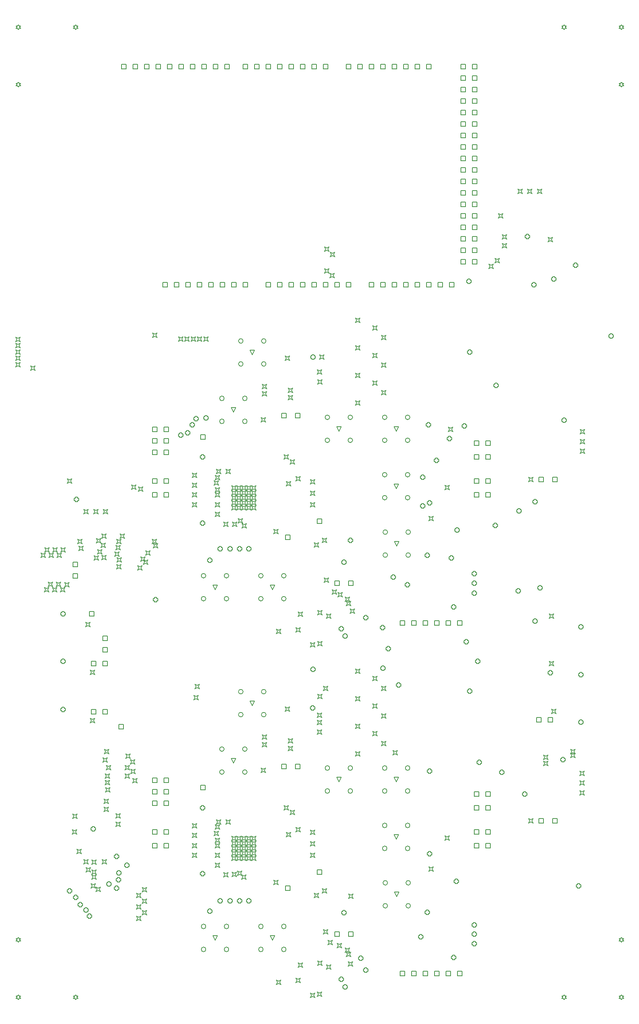
<source format=gbr>
G04*
G04 #@! TF.GenerationSoftware,Altium Limited,Altium Designer,23.5.1 (21)*
G04*
G04 Layer_Color=2752767*
%FSLAX26Y26*%
%MOIN*%
G70*
G04*
G04 #@! TF.SameCoordinates,4C236C01-038B-46FF-8FFE-5AAE5B5B5E28*
G04*
G04*
G04 #@! TF.FilePolarity,Positive*
G04*
G01*
G75*
%ADD74C,0.005000*%
%ADD75C,0.006667*%
D74*
X4910000Y130000D02*
X4920000Y140000D01*
X4930000D01*
X4920000Y150000D01*
X4930000Y160000D01*
X4920000D01*
X4910000Y170000D01*
X4900000Y160000D01*
X4890000D01*
X4900000Y150000D01*
X4890000Y140000D01*
X4900000D01*
X4910000Y130000D01*
X5410000Y630000D02*
X5420000Y640000D01*
X5430000D01*
X5420000Y650000D01*
X5430000Y660000D01*
X5420000D01*
X5410000Y670000D01*
X5400000Y660000D01*
X5390000D01*
X5400000Y650000D01*
X5390000Y640000D01*
X5400000D01*
X5410000Y630000D01*
Y8080000D02*
X5420000Y8090000D01*
X5430000D01*
X5420000Y8100000D01*
X5430000Y8110000D01*
X5420000D01*
X5410000Y8120000D01*
X5400000Y8110000D01*
X5390000D01*
X5400000Y8100000D01*
X5390000Y8090000D01*
X5400000D01*
X5410000Y8080000D01*
X4910000Y8580000D02*
X4920000Y8590000D01*
X4930000D01*
X4920000Y8600000D01*
X4930000Y8610000D01*
X4920000D01*
X4910000Y8620000D01*
X4900000Y8610000D01*
X4890000D01*
X4900000Y8600000D01*
X4890000Y8590000D01*
X4900000D01*
X4910000Y8580000D01*
X650000Y130000D02*
X660000Y140000D01*
X670000D01*
X660000Y150000D01*
X670000Y160000D01*
X660000D01*
X650000Y170000D01*
X640000Y160000D01*
X630000D01*
X640000Y150000D01*
X630000Y140000D01*
X640000D01*
X650000Y130000D01*
X150000Y630000D02*
X160000Y640000D01*
X170000D01*
X160000Y650000D01*
X170000Y660000D01*
X160000D01*
X150000Y670000D01*
X140000Y660000D01*
X130000D01*
X140000Y650000D01*
X130000Y640000D01*
X140000D01*
X150000Y630000D01*
Y8080000D02*
X160000Y8090000D01*
X170000D01*
X160000Y8100000D01*
X170000Y8110000D01*
X160000D01*
X150000Y8120000D01*
X140000Y8110000D01*
X130000D01*
X140000Y8100000D01*
X130000Y8090000D01*
X140000D01*
X150000Y8080000D01*
X650000Y8580000D02*
X660000Y8590000D01*
X670000D01*
X660000Y8600000D01*
X670000Y8610000D01*
X660000D01*
X650000Y8620000D01*
X640000Y8610000D01*
X630000D01*
X640000Y8600000D01*
X630000Y8590000D01*
X640000D01*
X650000Y8580000D01*
X4690000Y4640000D02*
Y4680000D01*
X4730000D01*
Y4640000D01*
X4690000D01*
X2445000Y5195000D02*
Y5235000D01*
X2485000D01*
Y5195000D01*
X2445000D01*
Y2140000D02*
Y2180000D01*
X2485000D01*
Y2140000D01*
X2445000D01*
X4690000Y1665000D02*
Y1705000D01*
X4730000D01*
Y1665000D01*
X4690000D01*
X2910000Y3735000D02*
Y3775000D01*
X2950000D01*
Y3735000D01*
X2910000D01*
Y680000D02*
Y720000D01*
X2950000D01*
Y680000D01*
X2910000D01*
X150000Y8580000D02*
X160000Y8590000D01*
X170000D01*
X160000Y8600000D01*
X170000Y8610000D01*
X160000D01*
X150000Y8620000D01*
X140000Y8610000D01*
X130000D01*
X140000Y8600000D01*
X130000Y8590000D01*
X140000D01*
X150000Y8580000D01*
Y130000D02*
X160000Y140000D01*
X170000D01*
X160000Y150000D01*
X170000Y160000D01*
X160000D01*
X150000Y170000D01*
X140000Y160000D01*
X130000D01*
X140000Y150000D01*
X130000Y140000D01*
X140000D01*
X150000Y130000D01*
X625000Y3900000D02*
Y3940000D01*
X665000D01*
Y3900000D01*
X625000D01*
X5410000Y8580000D02*
X5420000Y8590000D01*
X5430000D01*
X5420000Y8600000D01*
X5430000Y8610000D01*
X5420000D01*
X5410000Y8620000D01*
X5400000Y8610000D01*
X5390000D01*
X5400000Y8600000D01*
X5390000Y8590000D01*
X5400000D01*
X5410000Y8580000D01*
X4110000Y6535000D02*
Y6575000D01*
X4150000D01*
Y6535000D01*
X4110000D01*
X4010000D02*
Y6575000D01*
X4050000D01*
Y6535000D01*
X4010000D01*
X5410000Y130000D02*
X5420000Y140000D01*
X5430000D01*
X5420000Y150000D01*
X5430000Y160000D01*
X5420000D01*
X5410000Y170000D01*
X5400000Y160000D01*
X5390000D01*
X5400000Y150000D01*
X5390000Y140000D01*
X5400000D01*
X5410000Y130000D01*
X2010000Y6335000D02*
Y6375000D01*
X2050000D01*
Y6335000D01*
X2010000D01*
X1910000D02*
Y6375000D01*
X1950000D01*
Y6335000D01*
X1910000D01*
X1350000Y8235000D02*
Y8275000D01*
X1390000D01*
Y8235000D01*
X1350000D01*
X4810000Y4640000D02*
Y4680000D01*
X4850000D01*
Y4640000D01*
X4810000D01*
X1420000Y4875000D02*
Y4915000D01*
X1460000D01*
Y4875000D01*
X1420000D01*
X1320000D02*
Y4915000D01*
X1360000D01*
Y4875000D01*
X1320000D01*
X1420000Y4975000D02*
Y5015000D01*
X1460000D01*
Y4975000D01*
X1420000D01*
X1320000D02*
Y5015000D01*
X1360000D01*
Y4975000D01*
X1320000D01*
X1420000Y5075000D02*
Y5115000D01*
X1460000D01*
Y5075000D01*
X1420000D01*
X1320000D02*
Y5115000D01*
X1360000D01*
Y5075000D01*
X1320000D01*
X1420000Y1820000D02*
Y1860000D01*
X1460000D01*
Y1820000D01*
X1420000D01*
X1320000D02*
Y1860000D01*
X1360000D01*
Y1820000D01*
X1320000D01*
X1420000Y1920000D02*
Y1960000D01*
X1460000D01*
Y1920000D01*
X1420000D01*
X1320000D02*
Y1960000D01*
X1360000D01*
Y1920000D01*
X1320000D01*
X1420000Y2020000D02*
Y2060000D01*
X1460000D01*
Y2020000D01*
X1420000D01*
X1320000D02*
Y2060000D01*
X1360000D01*
Y2020000D01*
X1320000D01*
X2565000Y2140000D02*
Y2180000D01*
X2605000D01*
Y2140000D01*
X2565000D01*
X2365000Y645000D02*
X2345000Y685000D01*
X2385000D01*
X2365000Y645000D01*
X2025000Y2190000D02*
X2005000Y2230000D01*
X2045000D01*
X2025000Y2190000D01*
X3030000Y680000D02*
Y720000D01*
X3070000D01*
Y680000D01*
X3030000D01*
X1865000Y645000D02*
X1845000Y685000D01*
X1885000D01*
X1865000Y645000D01*
X2945000Y2025000D02*
X2925000Y2065000D01*
X2965000D01*
X2945000Y2025000D01*
X2190000Y2690000D02*
X2170000Y2730000D01*
X2210000D01*
X2190000Y2690000D01*
X3445000Y2025000D02*
X3425000Y2065000D01*
X3465000D01*
X3445000Y2025000D01*
X3450000Y1025000D02*
X3430000Y1065000D01*
X3470000D01*
X3450000Y1025000D01*
X3445000Y1525000D02*
X3425000Y1565000D01*
X3465000D01*
X3445000Y1525000D01*
X1740000Y1955000D02*
Y1995000D01*
X1780000D01*
Y1955000D01*
X1740000D01*
X3980000Y335000D02*
Y375000D01*
X4020000D01*
Y335000D01*
X3980000D01*
X3880000D02*
Y375000D01*
X3920000D01*
Y335000D01*
X3880000D01*
X3780000D02*
Y375000D01*
X3820000D01*
Y335000D01*
X3780000D01*
X3680000D02*
Y375000D01*
X3720000D01*
Y335000D01*
X3680000D01*
X3580000D02*
Y375000D01*
X3620000D01*
Y335000D01*
X3580000D01*
X3480000D02*
Y375000D01*
X3520000D01*
Y335000D01*
X3480000D01*
X2480000Y1080000D02*
Y1120000D01*
X2520000D01*
Y1080000D01*
X2480000D01*
X2755000Y1220000D02*
Y1260000D01*
X2795000D01*
Y1220000D01*
X2755000D01*
X1420000Y1570000D02*
Y1610000D01*
X1460000D01*
Y1570000D01*
X1420000D01*
X1320000D02*
Y1610000D01*
X1360000D01*
Y1570000D01*
X1320000D01*
Y1450000D02*
Y1490000D01*
X1360000D01*
Y1450000D01*
X1320000D01*
X1420000D02*
Y1490000D01*
X1460000D01*
Y1450000D01*
X1420000D01*
X4125000Y1900000D02*
Y1940000D01*
X4165000D01*
Y1900000D01*
X4125000D01*
X4225000D02*
Y1940000D01*
X4265000D01*
Y1900000D01*
X4225000D01*
Y1780000D02*
Y1820000D01*
X4265000D01*
Y1780000D01*
X4225000D01*
X4125000D02*
Y1820000D01*
X4165000D01*
Y1780000D01*
X4125000D01*
Y1570000D02*
Y1610000D01*
X4165000D01*
Y1570000D01*
X4125000D01*
X4225000D02*
Y1610000D01*
X4265000D01*
Y1570000D01*
X4225000D01*
Y1450000D02*
Y1490000D01*
X4265000D01*
Y1450000D01*
X4225000D01*
X4125000D02*
Y1490000D01*
X4165000D01*
Y1450000D01*
X4125000D01*
X2755000Y4275000D02*
Y4315000D01*
X2795000D01*
Y4275000D01*
X2755000D01*
X1740000Y5010000D02*
Y5050000D01*
X1780000D01*
Y5010000D01*
X1740000D01*
X4225000Y4625000D02*
Y4665000D01*
X4265000D01*
Y4625000D01*
X4225000D01*
X4125000D02*
Y4665000D01*
X4165000D01*
Y4625000D01*
X4125000D01*
Y4505000D02*
Y4545000D01*
X4165000D01*
Y4505000D01*
X4125000D01*
X4225000D02*
Y4545000D01*
X4265000D01*
Y4505000D01*
X4225000D01*
Y4955000D02*
Y4995000D01*
X4265000D01*
Y4955000D01*
X4225000D01*
X4125000D02*
Y4995000D01*
X4165000D01*
Y4955000D01*
X4125000D01*
Y4835000D02*
Y4875000D01*
X4165000D01*
Y4835000D01*
X4125000D01*
X4225000D02*
Y4875000D01*
X4265000D01*
Y4835000D01*
X4225000D01*
X1320000Y4625000D02*
Y4665000D01*
X1360000D01*
Y4625000D01*
X1320000D01*
X1420000D02*
Y4665000D01*
X1460000D01*
Y4625000D01*
X1420000D01*
Y4505000D02*
Y4545000D01*
X1460000D01*
Y4505000D01*
X1420000D01*
X1320000D02*
Y4545000D01*
X1360000D01*
Y4505000D01*
X1320000D01*
X2480000Y4135000D02*
Y4175000D01*
X2520000D01*
Y4135000D01*
X2480000D01*
X3980000Y3390000D02*
Y3430000D01*
X4020000D01*
Y3390000D01*
X3980000D01*
X3880000D02*
Y3430000D01*
X3920000D01*
Y3390000D01*
X3880000D01*
X3780000D02*
Y3430000D01*
X3820000D01*
Y3390000D01*
X3780000D01*
X3680000D02*
Y3430000D01*
X3720000D01*
Y3390000D01*
X3680000D01*
X3580000D02*
Y3430000D01*
X3620000D01*
Y3390000D01*
X3580000D01*
X3480000D02*
Y3430000D01*
X3520000D01*
Y3390000D01*
X3480000D01*
X3030000Y3735000D02*
Y3775000D01*
X3070000D01*
Y3735000D01*
X3030000D01*
X2565000Y5195000D02*
Y5235000D01*
X2605000D01*
Y5195000D01*
X2565000D01*
X3450000Y4080000D02*
X3430000Y4120000D01*
X3470000D01*
X3450000Y4080000D01*
X3445000Y4580000D02*
X3425000Y4620000D01*
X3465000D01*
X3445000Y4580000D01*
X2190000Y5745000D02*
X2170000Y5785000D01*
X2210000D01*
X2190000Y5745000D01*
X3445000Y5080000D02*
X3425000Y5120000D01*
X3465000D01*
X3445000Y5080000D01*
X1865000Y3700000D02*
X1845000Y3740000D01*
X1885000D01*
X1865000Y3700000D01*
X2945000Y5080000D02*
X2925000Y5120000D01*
X2965000D01*
X2945000Y5080000D01*
X2365000Y3700000D02*
X2345000Y3740000D01*
X2385000D01*
X2365000Y3700000D01*
X2025000Y5245000D02*
X2005000Y5285000D01*
X2045000D01*
X2025000Y5245000D01*
X4670000Y2545000D02*
Y2585000D01*
X4710000D01*
Y2545000D01*
X4670000D01*
X4770000D02*
Y2585000D01*
X4810000D01*
Y2545000D01*
X4770000D01*
X785000Y2615000D02*
Y2655000D01*
X825000D01*
Y2615000D01*
X785000D01*
X885000D02*
Y2655000D01*
X925000D01*
Y2615000D01*
X885000D01*
X625000Y3800000D02*
Y3840000D01*
X665000D01*
Y3800000D01*
X625000D01*
X885000Y3035000D02*
Y3075000D01*
X925000D01*
Y3035000D01*
X885000D01*
X785000D02*
Y3075000D01*
X825000D01*
Y3035000D01*
X785000D01*
X885000Y3255000D02*
Y3295000D01*
X925000D01*
Y3255000D01*
X885000D01*
Y3155000D02*
Y3195000D01*
X925000D01*
Y3155000D01*
X885000D01*
X4810000Y1665000D02*
Y1705000D01*
X4850000D01*
Y1665000D01*
X4810000D01*
X2410000Y6335000D02*
Y6375000D01*
X2450000D01*
Y6335000D01*
X2410000D01*
X2610000D02*
Y6375000D01*
X2650000D01*
Y6335000D01*
X2610000D01*
X2510000D02*
Y6375000D01*
X2550000D01*
Y6335000D01*
X2510000D01*
X2810000D02*
Y6375000D01*
X2850000D01*
Y6335000D01*
X2810000D01*
X2710000D02*
Y6375000D01*
X2750000D01*
Y6335000D01*
X2710000D01*
X3010000D02*
Y6375000D01*
X3050000D01*
Y6335000D01*
X3010000D01*
X2910000D02*
Y6375000D01*
X2950000D01*
Y6335000D01*
X2910000D01*
X2310000D02*
Y6375000D01*
X2350000D01*
Y6335000D01*
X2310000D01*
X4110000Y6635000D02*
Y6675000D01*
X4150000D01*
Y6635000D01*
X4110000D01*
X4010000D02*
Y6675000D01*
X4050000D01*
Y6635000D01*
X4010000D01*
X4110000Y6935000D02*
Y6975000D01*
X4150000D01*
Y6935000D01*
X4110000D01*
Y6835000D02*
Y6875000D01*
X4150000D01*
Y6835000D01*
X4110000D01*
Y6735000D02*
Y6775000D01*
X4150000D01*
Y6735000D01*
X4110000D01*
Y7035000D02*
Y7075000D01*
X4150000D01*
Y7035000D01*
X4110000D01*
X4010000Y6935000D02*
Y6975000D01*
X4050000D01*
Y6935000D01*
X4010000D01*
Y6835000D02*
Y6875000D01*
X4050000D01*
Y6835000D01*
X4010000D01*
Y6735000D02*
Y6775000D01*
X4050000D01*
Y6735000D01*
X4010000D01*
Y7035000D02*
Y7075000D01*
X4050000D01*
Y7035000D01*
X4010000D01*
X4110000Y7435000D02*
Y7475000D01*
X4150000D01*
Y7435000D01*
X4110000D01*
Y7335000D02*
Y7375000D01*
X4150000D01*
Y7335000D01*
X4110000D01*
X4010000D02*
Y7375000D01*
X4050000D01*
Y7335000D01*
X4010000D01*
X4110000Y7235000D02*
Y7275000D01*
X4150000D01*
Y7235000D01*
X4110000D01*
X4010000D02*
Y7275000D01*
X4050000D01*
Y7235000D01*
X4010000D01*
X4110000Y7135000D02*
Y7175000D01*
X4150000D01*
Y7135000D01*
X4110000D01*
X4010000D02*
Y7175000D01*
X4050000D01*
Y7135000D01*
X4010000D01*
Y7435000D02*
Y7475000D01*
X4050000D01*
Y7435000D01*
X4010000D01*
X4110000Y7735000D02*
Y7775000D01*
X4150000D01*
Y7735000D01*
X4110000D01*
Y7635000D02*
Y7675000D01*
X4150000D01*
Y7635000D01*
X4110000D01*
Y7535000D02*
Y7575000D01*
X4150000D01*
Y7535000D01*
X4110000D01*
Y7835000D02*
Y7875000D01*
X4150000D01*
Y7835000D01*
X4110000D01*
X4010000Y7735000D02*
Y7775000D01*
X4050000D01*
Y7735000D01*
X4010000D01*
Y7635000D02*
Y7675000D01*
X4050000D01*
Y7635000D01*
X4010000D01*
Y7535000D02*
Y7575000D01*
X4050000D01*
Y7535000D01*
X4010000D01*
Y7835000D02*
Y7875000D01*
X4050000D01*
Y7835000D01*
X4010000D01*
X3110000Y8235000D02*
Y8275000D01*
X3150000D01*
Y8235000D01*
X3110000D01*
X3310000D02*
Y8275000D01*
X3350000D01*
Y8235000D01*
X3310000D01*
X3210000D02*
Y8275000D01*
X3250000D01*
Y8235000D01*
X3210000D01*
X3510000D02*
Y8275000D01*
X3550000D01*
Y8235000D01*
X3510000D01*
X3410000D02*
Y8275000D01*
X3450000D01*
Y8235000D01*
X3410000D01*
X3710000D02*
Y8275000D01*
X3750000D01*
Y8235000D01*
X3710000D01*
X3610000D02*
Y8275000D01*
X3650000D01*
Y8235000D01*
X3610000D01*
X3010000D02*
Y8275000D01*
X3050000D01*
Y8235000D01*
X3010000D01*
X2210000D02*
Y8275000D01*
X2250000D01*
Y8235000D01*
X2210000D01*
X2410000D02*
Y8275000D01*
X2450000D01*
Y8235000D01*
X2410000D01*
X2310000D02*
Y8275000D01*
X2350000D01*
Y8235000D01*
X2310000D01*
X2610000D02*
Y8275000D01*
X2650000D01*
Y8235000D01*
X2610000D01*
X2510000D02*
Y8275000D01*
X2550000D01*
Y8235000D01*
X2510000D01*
X2810000D02*
Y8275000D01*
X2850000D01*
Y8235000D01*
X2810000D01*
X2710000D02*
Y8275000D01*
X2750000D01*
Y8235000D01*
X2710000D01*
X1550000D02*
Y8275000D01*
X1590000D01*
Y8235000D01*
X1550000D01*
X1450000D02*
Y8275000D01*
X1490000D01*
Y8235000D01*
X1450000D01*
X1750000D02*
Y8275000D01*
X1790000D01*
Y8235000D01*
X1750000D01*
X1650000D02*
Y8275000D01*
X1690000D01*
Y8235000D01*
X1650000D01*
X1150000D02*
Y8275000D01*
X1190000D01*
Y8235000D01*
X1150000D01*
X1050000D02*
Y8275000D01*
X1090000D01*
Y8235000D01*
X1050000D01*
X1250000D02*
Y8275000D01*
X1290000D01*
Y8235000D01*
X1250000D01*
X1950000D02*
Y8275000D01*
X1990000D01*
Y8235000D01*
X1950000D01*
X1850000D02*
Y8275000D01*
X1890000D01*
Y8235000D01*
X1850000D01*
X2110000D02*
Y8275000D01*
X2150000D01*
Y8235000D01*
X2110000D01*
X4110000D02*
Y8275000D01*
X4150000D01*
Y8235000D01*
X4110000D01*
Y8135000D02*
Y8175000D01*
X4150000D01*
Y8135000D01*
X4110000D01*
X4010000D02*
Y8175000D01*
X4050000D01*
Y8135000D01*
X4010000D01*
X4110000Y8035000D02*
Y8075000D01*
X4150000D01*
Y8035000D01*
X4110000D01*
X4010000D02*
Y8075000D01*
X4050000D01*
Y8035000D01*
X4010000D01*
X4110000Y7935000D02*
Y7975000D01*
X4150000D01*
Y7935000D01*
X4110000D01*
X4010000D02*
Y7975000D01*
X4050000D01*
Y7935000D01*
X4010000D01*
Y8235000D02*
Y8275000D01*
X4050000D01*
Y8235000D01*
X4010000D01*
X3310000Y6335000D02*
Y6375000D01*
X3350000D01*
Y6335000D01*
X3310000D01*
X3510000D02*
Y6375000D01*
X3550000D01*
Y6335000D01*
X3510000D01*
X3410000D02*
Y6375000D01*
X3450000D01*
Y6335000D01*
X3410000D01*
X3710000D02*
Y6375000D01*
X3750000D01*
Y6335000D01*
X3710000D01*
X3610000D02*
Y6375000D01*
X3650000D01*
Y6335000D01*
X3610000D01*
X3910000D02*
Y6375000D01*
X3950000D01*
Y6335000D01*
X3910000D01*
X3810000D02*
Y6375000D01*
X3850000D01*
Y6335000D01*
X3810000D01*
X3210000D02*
Y6375000D01*
X3250000D01*
Y6335000D01*
X3210000D01*
X1510000D02*
Y6375000D01*
X1550000D01*
Y6335000D01*
X1510000D01*
X1710000D02*
Y6375000D01*
X1750000D01*
Y6335000D01*
X1710000D01*
X1610000D02*
Y6375000D01*
X1650000D01*
Y6335000D01*
X1610000D01*
X1810000D02*
Y6375000D01*
X1850000D01*
Y6335000D01*
X1810000D01*
X2110000D02*
Y6375000D01*
X2150000D01*
Y6335000D01*
X2110000D01*
X1410000D02*
Y6375000D01*
X1450000D01*
Y6335000D01*
X1410000D01*
X4335144Y6936413D02*
X4345144Y6956413D01*
X4335144Y6976413D01*
X4355144Y6966413D01*
X4375144Y6976413D01*
X4365144Y6956413D01*
X4375144Y6936413D01*
X4355144Y6946413D01*
X4335144Y6936413D01*
X2008386Y1511614D02*
X2018386Y1531614D01*
X2008386Y1551614D01*
X2028386Y1541614D01*
X2048386Y1551614D01*
X2038386Y1531614D01*
X2048386Y1511614D01*
X2028386Y1521614D01*
X2008386Y1511614D01*
X2051693D02*
X2061693Y1531614D01*
X2051693Y1551614D01*
X2071693Y1541614D01*
X2091693Y1551614D01*
X2081693Y1531614D01*
X2091693Y1511614D01*
X2071693Y1521614D01*
X2051693Y1511614D01*
X2095000D02*
X2105000Y1531614D01*
X2095000Y1551614D01*
X2115000Y1541614D01*
X2135000Y1551614D01*
X2125000Y1531614D01*
X2135000Y1511614D01*
X2115000Y1521614D01*
X2095000Y1511614D01*
X2138307D02*
X2148307Y1531614D01*
X2138307Y1551614D01*
X2158307Y1541614D01*
X2178307Y1551614D01*
X2168307Y1531614D01*
X2178307Y1511614D01*
X2158307Y1521614D01*
X2138307Y1511614D01*
X2181614D02*
X2191614Y1531614D01*
X2181614Y1551614D01*
X2201614Y1541614D01*
X2221614Y1551614D01*
X2211614Y1531614D01*
X2221614Y1511614D01*
X2201614Y1521614D01*
X2181614Y1511614D01*
X2008386Y1468307D02*
X2018386Y1488307D01*
X2008386Y1508307D01*
X2028386Y1498307D01*
X2048386Y1508307D01*
X2038386Y1488307D01*
X2048386Y1468307D01*
X2028386Y1478307D01*
X2008386Y1468307D01*
X2051693D02*
X2061693Y1488307D01*
X2051693Y1508307D01*
X2071693Y1498307D01*
X2091693Y1508307D01*
X2081693Y1488307D01*
X2091693Y1468307D01*
X2071693Y1478307D01*
X2051693Y1468307D01*
X2095000D02*
X2105000Y1488307D01*
X2095000Y1508307D01*
X2115000Y1498307D01*
X2135000Y1508307D01*
X2125000Y1488307D01*
X2135000Y1468307D01*
X2115000Y1478307D01*
X2095000Y1468307D01*
X2138307D02*
X2148307Y1488307D01*
X2138307Y1508307D01*
X2158307Y1498307D01*
X2178307Y1508307D01*
X2168307Y1488307D01*
X2178307Y1468307D01*
X2158307Y1478307D01*
X2138307Y1468307D01*
X2181614D02*
X2191614Y1488307D01*
X2181614Y1508307D01*
X2201614Y1498307D01*
X2221614Y1508307D01*
X2211614Y1488307D01*
X2221614Y1468307D01*
X2201614Y1478307D01*
X2181614Y1468307D01*
X2008386Y1425000D02*
X2018386Y1445000D01*
X2008386Y1465000D01*
X2028386Y1455000D01*
X2048386Y1465000D01*
X2038386Y1445000D01*
X2048386Y1425000D01*
X2028386Y1435000D01*
X2008386Y1425000D01*
X2051693D02*
X2061693Y1445000D01*
X2051693Y1465000D01*
X2071693Y1455000D01*
X2091693Y1465000D01*
X2081693Y1445000D01*
X2091693Y1425000D01*
X2071693Y1435000D01*
X2051693Y1425000D01*
X2095000D02*
X2105000Y1445000D01*
X2095000Y1465000D01*
X2115000Y1455000D01*
X2135000Y1465000D01*
X2125000Y1445000D01*
X2135000Y1425000D01*
X2115000Y1435000D01*
X2095000Y1425000D01*
X2138307D02*
X2148307Y1445000D01*
X2138307Y1465000D01*
X2158307Y1455000D01*
X2178307Y1465000D01*
X2168307Y1445000D01*
X2178307Y1425000D01*
X2158307Y1435000D01*
X2138307Y1425000D01*
X2181614D02*
X2191614Y1445000D01*
X2181614Y1465000D01*
X2201614Y1455000D01*
X2221614Y1465000D01*
X2211614Y1445000D01*
X2221614Y1425000D01*
X2201614Y1435000D01*
X2181614Y1425000D01*
X2008386Y1381693D02*
X2018386Y1401693D01*
X2008386Y1421693D01*
X2028386Y1411693D01*
X2048386Y1421693D01*
X2038386Y1401693D01*
X2048386Y1381693D01*
X2028386Y1391693D01*
X2008386Y1381693D01*
X2051693D02*
X2061693Y1401693D01*
X2051693Y1421693D01*
X2071693Y1411693D01*
X2091693Y1421693D01*
X2081693Y1401693D01*
X2091693Y1381693D01*
X2071693Y1391693D01*
X2051693Y1381693D01*
X2095000D02*
X2105000Y1401693D01*
X2095000Y1421693D01*
X2115000Y1411693D01*
X2135000Y1421693D01*
X2125000Y1401693D01*
X2135000Y1381693D01*
X2115000Y1391693D01*
X2095000Y1381693D01*
X2138307D02*
X2148307Y1401693D01*
X2138307Y1421693D01*
X2158307Y1411693D01*
X2178307Y1421693D01*
X2168307Y1401693D01*
X2178307Y1381693D01*
X2158307Y1391693D01*
X2138307Y1381693D01*
X2181614D02*
X2191614Y1401693D01*
X2181614Y1421693D01*
X2201614Y1411693D01*
X2221614Y1421693D01*
X2211614Y1401693D01*
X2221614Y1381693D01*
X2201614Y1391693D01*
X2181614Y1381693D01*
X2008386Y1338386D02*
X2018386Y1358386D01*
X2008386Y1378386D01*
X2028386Y1368386D01*
X2048386Y1378386D01*
X2038386Y1358386D01*
X2048386Y1338386D01*
X2028386Y1348386D01*
X2008386Y1338386D01*
X2051693D02*
X2061693Y1358386D01*
X2051693Y1378386D01*
X2071693Y1368386D01*
X2091693Y1378386D01*
X2081693Y1358386D01*
X2091693Y1338386D01*
X2071693Y1348386D01*
X2051693Y1338386D01*
X2095000D02*
X2105000Y1358386D01*
X2095000Y1378386D01*
X2115000Y1368386D01*
X2135000Y1378386D01*
X2125000Y1358386D01*
X2135000Y1338386D01*
X2115000Y1348386D01*
X2095000Y1338386D01*
X2138307D02*
X2148307Y1358386D01*
X2138307Y1378386D01*
X2158307Y1368386D01*
X2178307Y1378386D01*
X2168307Y1358386D01*
X2178307Y1338386D01*
X2158307Y1348386D01*
X2138307Y1338386D01*
X2181614D02*
X2191614Y1358386D01*
X2181614Y1378386D01*
X2201614Y1368386D01*
X2221614Y1378386D01*
X2211614Y1358386D01*
X2221614Y1338386D01*
X2201614Y1348386D01*
X2181614Y1338386D01*
X2008386Y4566614D02*
X2018386Y4586614D01*
X2008386Y4606614D01*
X2028386Y4596614D01*
X2048386Y4606614D01*
X2038386Y4586614D01*
X2048386Y4566614D01*
X2028386Y4576614D01*
X2008386Y4566614D01*
X2051693D02*
X2061693Y4586614D01*
X2051693Y4606614D01*
X2071693Y4596614D01*
X2091693Y4606614D01*
X2081693Y4586614D01*
X2091693Y4566614D01*
X2071693Y4576614D01*
X2051693Y4566614D01*
X2095000D02*
X2105000Y4586614D01*
X2095000Y4606614D01*
X2115000Y4596614D01*
X2135000Y4606614D01*
X2125000Y4586614D01*
X2135000Y4566614D01*
X2115000Y4576614D01*
X2095000Y4566614D01*
X2138307D02*
X2148307Y4586614D01*
X2138307Y4606614D01*
X2158307Y4596614D01*
X2178307Y4606614D01*
X2168307Y4586614D01*
X2178307Y4566614D01*
X2158307Y4576614D01*
X2138307Y4566614D01*
X2181614D02*
X2191614Y4586614D01*
X2181614Y4606614D01*
X2201614Y4596614D01*
X2221614Y4606614D01*
X2211614Y4586614D01*
X2221614Y4566614D01*
X2201614Y4576614D01*
X2181614Y4566614D01*
X2008386Y4523307D02*
X2018386Y4543307D01*
X2008386Y4563307D01*
X2028386Y4553307D01*
X2048386Y4563307D01*
X2038386Y4543307D01*
X2048386Y4523307D01*
X2028386Y4533307D01*
X2008386Y4523307D01*
X2051693D02*
X2061693Y4543307D01*
X2051693Y4563307D01*
X2071693Y4553307D01*
X2091693Y4563307D01*
X2081693Y4543307D01*
X2091693Y4523307D01*
X2071693Y4533307D01*
X2051693Y4523307D01*
X2095000D02*
X2105000Y4543307D01*
X2095000Y4563307D01*
X2115000Y4553307D01*
X2135000Y4563307D01*
X2125000Y4543307D01*
X2135000Y4523307D01*
X2115000Y4533307D01*
X2095000Y4523307D01*
X2138307D02*
X2148307Y4543307D01*
X2138307Y4563307D01*
X2158307Y4553307D01*
X2178307Y4563307D01*
X2168307Y4543307D01*
X2178307Y4523307D01*
X2158307Y4533307D01*
X2138307Y4523307D01*
X2181614D02*
X2191614Y4543307D01*
X2181614Y4563307D01*
X2201614Y4553307D01*
X2221614Y4563307D01*
X2211614Y4543307D01*
X2221614Y4523307D01*
X2201614Y4533307D01*
X2181614Y4523307D01*
X2008386Y4480000D02*
X2018386Y4500000D01*
X2008386Y4520000D01*
X2028386Y4510000D01*
X2048386Y4520000D01*
X2038386Y4500000D01*
X2048386Y4480000D01*
X2028386Y4490000D01*
X2008386Y4480000D01*
X2051693D02*
X2061693Y4500000D01*
X2051693Y4520000D01*
X2071693Y4510000D01*
X2091693Y4520000D01*
X2081693Y4500000D01*
X2091693Y4480000D01*
X2071693Y4490000D01*
X2051693Y4480000D01*
X2095000D02*
X2105000Y4500000D01*
X2095000Y4520000D01*
X2115000Y4510000D01*
X2135000Y4520000D01*
X2125000Y4500000D01*
X2135000Y4480000D01*
X2115000Y4490000D01*
X2095000Y4480000D01*
X2138307D02*
X2148307Y4500000D01*
X2138307Y4520000D01*
X2158307Y4510000D01*
X2178307Y4520000D01*
X2168307Y4500000D01*
X2178307Y4480000D01*
X2158307Y4490000D01*
X2138307Y4480000D01*
X2181614D02*
X2191614Y4500000D01*
X2181614Y4520000D01*
X2201614Y4510000D01*
X2221614Y4520000D01*
X2211614Y4500000D01*
X2221614Y4480000D01*
X2201614Y4490000D01*
X2181614Y4480000D01*
X2008386Y4436693D02*
X2018386Y4456693D01*
X2008386Y4476693D01*
X2028386Y4466693D01*
X2048386Y4476693D01*
X2038386Y4456693D01*
X2048386Y4436693D01*
X2028386Y4446693D01*
X2008386Y4436693D01*
X2051693D02*
X2061693Y4456693D01*
X2051693Y4476693D01*
X2071693Y4466693D01*
X2091693Y4476693D01*
X2081693Y4456693D01*
X2091693Y4436693D01*
X2071693Y4446693D01*
X2051693Y4436693D01*
X2095000D02*
X2105000Y4456693D01*
X2095000Y4476693D01*
X2115000Y4466693D01*
X2135000Y4476693D01*
X2125000Y4456693D01*
X2135000Y4436693D01*
X2115000Y4446693D01*
X2095000Y4436693D01*
X2138307D02*
X2148307Y4456693D01*
X2138307Y4476693D01*
X2158307Y4466693D01*
X2178307Y4476693D01*
X2168307Y4456693D01*
X2178307Y4436693D01*
X2158307Y4446693D01*
X2138307Y4436693D01*
X2181614D02*
X2191614Y4456693D01*
X2181614Y4476693D01*
X2201614Y4466693D01*
X2221614Y4476693D01*
X2211614Y4456693D01*
X2221614Y4436693D01*
X2201614Y4446693D01*
X2181614Y4436693D01*
X2008386Y4393386D02*
X2018386Y4413386D01*
X2008386Y4433386D01*
X2028386Y4423386D01*
X2048386Y4433386D01*
X2038386Y4413386D01*
X2048386Y4393386D01*
X2028386Y4403386D01*
X2008386Y4393386D01*
X2051693D02*
X2061693Y4413386D01*
X2051693Y4433386D01*
X2071693Y4423386D01*
X2091693Y4433386D01*
X2081693Y4413386D01*
X2091693Y4393386D01*
X2071693Y4403386D01*
X2051693Y4393386D01*
X2095000D02*
X2105000Y4413386D01*
X2095000Y4433386D01*
X2115000Y4423386D01*
X2135000Y4433386D01*
X2125000Y4413386D01*
X2135000Y4393386D01*
X2115000Y4403386D01*
X2095000Y4393386D01*
X2138307D02*
X2148307Y4413386D01*
X2138307Y4433386D01*
X2158307Y4423386D01*
X2178307Y4433386D01*
X2168307Y4413386D01*
X2178307Y4393386D01*
X2158307Y4403386D01*
X2138307Y4393386D01*
X2181614D02*
X2191614Y4413386D01*
X2181614Y4433386D01*
X2201614Y4423386D01*
X2221614Y4433386D01*
X2211614Y4413386D01*
X2221614Y4393386D01*
X2201614Y4403386D01*
X2181614Y4393386D01*
X1315000Y4100000D02*
X1325000Y4120000D01*
X1315000Y4140000D01*
X1335000Y4130000D01*
X1355000Y4140000D01*
X1345000Y4120000D01*
X1355000Y4100000D01*
X1335000Y4110000D01*
X1315000Y4100000D01*
X3030000Y1010000D02*
X3040000Y1030000D01*
X3030000Y1050000D01*
X3050000Y1040000D01*
X3070000Y1050000D01*
X3060000Y1030000D01*
X3070000Y1010000D01*
X3050000Y1020000D01*
X3030000Y1010000D01*
X1025000Y2485000D02*
Y2525000D01*
X1065000D01*
Y2485000D01*
X1025000D01*
X3416867Y2258048D02*
X3426867Y2278048D01*
X3416867Y2298048D01*
X3436867Y2288048D01*
X3456867Y2298048D01*
X3446867Y2278048D01*
X3456867Y2258048D01*
X3436867Y2268048D01*
X3416867Y2258048D01*
X3915000Y3965000D02*
Y3955000D01*
X3935000D01*
Y3965000D01*
X3945000D01*
Y3985000D01*
X3935000D01*
Y3995000D01*
X3915000D01*
Y3985000D01*
X3905000D01*
Y3965000D01*
X3915000D01*
X3410000Y3800000D02*
Y3790000D01*
X3430000D01*
Y3800000D01*
X3440000D01*
Y3820000D01*
X3430000D01*
Y3830000D01*
X3410000D01*
Y3820000D01*
X3400000D01*
Y3800000D01*
X3410000D01*
X3170012Y3443800D02*
Y3433800D01*
X3190012D01*
Y3443800D01*
X3200012D01*
Y3463800D01*
X3190012D01*
Y3473800D01*
X3170012D01*
Y3463800D01*
X3160012D01*
Y3443800D01*
X3170012D01*
X4300000Y4250000D02*
Y4240000D01*
X4320000D01*
Y4250000D01*
X4330000D01*
Y4270000D01*
X4320000D01*
Y4280000D01*
X4300000D01*
Y4270000D01*
X4290000D01*
Y4250000D01*
X4300000D01*
X4635000Y6345000D02*
Y6335000D01*
X4655000D01*
Y6345000D01*
X4665000D01*
Y6365000D01*
X4655000D01*
Y6375000D01*
X4635000D01*
Y6365000D01*
X4625000D01*
Y6345000D01*
X4635000D01*
X4305000Y5470000D02*
Y5460000D01*
X4325000D01*
Y5470000D01*
X4335000D01*
Y5490000D01*
X4325000D01*
Y5500000D01*
X4305000D01*
Y5490000D01*
X4295000D01*
Y5470000D01*
X4305000D01*
X4075000Y2805000D02*
Y2795000D01*
X4095000D01*
Y2805000D01*
X4105000D01*
Y2825000D01*
X4095000D01*
Y2835000D01*
X4075000D01*
Y2825000D01*
X4065000D01*
Y2805000D01*
X4075000D01*
X3240000Y2905000D02*
X3250000Y2925000D01*
X3240000Y2945000D01*
X3260000Y2935000D01*
X3280000Y2945000D01*
X3270000Y2925000D01*
X3280000Y2905000D01*
X3260000Y2915000D01*
X3240000Y2905000D01*
X3315000Y2820000D02*
X3325000Y2840000D01*
X3315000Y2860000D01*
X3335000Y2850000D01*
X3355000Y2860000D01*
X3345000Y2840000D01*
X3355000Y2820000D01*
X3335000Y2830000D01*
X3315000Y2820000D01*
X3455000Y2860000D02*
Y2850000D01*
X3475000D01*
Y2860000D01*
X3485000D01*
Y2880000D01*
X3475000D01*
Y2890000D01*
X3455000D01*
Y2880000D01*
X3445000D01*
Y2860000D01*
X3455000D01*
X2710000Y2995000D02*
Y2985000D01*
X2730000D01*
Y2995000D01*
X2740000D01*
Y3015000D01*
X2730000D01*
Y3025000D01*
X2710000D01*
Y3015000D01*
X2700000D01*
Y2995000D01*
X2710000D01*
X5310000Y5900000D02*
Y5890000D01*
X5330000D01*
Y5900000D01*
X5340000D01*
Y5920000D01*
X5330000D01*
Y5930000D01*
X5310000D01*
Y5920000D01*
X5300000D01*
Y5900000D01*
X5310000D01*
X4810000Y6395000D02*
Y6385000D01*
X4830000D01*
Y6395000D01*
X4840000D01*
Y6415000D01*
X4830000D01*
Y6425000D01*
X4810000D01*
Y6415000D01*
X4800000D01*
Y6395000D01*
X4810000D01*
X5025000Y1110000D02*
Y1100000D01*
X5045000D01*
Y1110000D01*
X5055000D01*
Y1130000D01*
X5045000D01*
Y1140000D01*
X5025000D01*
Y1130000D01*
X5015000D01*
Y1110000D01*
X5025000D01*
X3729134Y1244598D02*
X3739134Y1264598D01*
X3729134Y1284598D01*
X3749134Y1274598D01*
X3769134Y1284598D01*
X3759134Y1264598D01*
X3769134Y1244598D01*
X3749134Y1254598D01*
X3729134Y1244598D01*
X5000000Y6515000D02*
Y6505000D01*
X5020000D01*
Y6515000D01*
X5030000D01*
Y6535000D01*
X5020000D01*
Y6545000D01*
X5000000D01*
Y6535000D01*
X4990000D01*
Y6515000D01*
X5000000D01*
X5045000Y2080000D02*
X5055000Y2100000D01*
X5045000Y2120000D01*
X5065000Y2110000D01*
X5085000Y2120000D01*
X5075000Y2100000D01*
X5085000Y2080000D01*
X5065000Y2090000D01*
X5045000Y2080000D01*
Y3365000D02*
Y3355000D01*
X5065000D01*
Y3365000D01*
X5075000D01*
Y3385000D01*
X5065000D01*
Y3395000D01*
X5045000D01*
Y3385000D01*
X5035000D01*
Y3365000D01*
X5045000D01*
X5050000Y4970000D02*
X5060000Y4990000D01*
X5050000Y5010000D01*
X5070000Y5000000D01*
X5090000Y5010000D01*
X5080000Y4990000D01*
X5090000Y4970000D01*
X5070000Y4980000D01*
X5050000Y4970000D01*
Y5055000D02*
X5060000Y5075000D01*
X5050000Y5095000D01*
X5070000Y5085000D01*
X5090000Y5095000D01*
X5080000Y5075000D01*
X5090000Y5055000D01*
X5070000Y5065000D01*
X5050000Y5055000D01*
Y4885000D02*
X5060000Y4905000D01*
X5050000Y4925000D01*
X5070000Y4915000D01*
X5090000Y4925000D01*
X5080000Y4905000D01*
X5090000Y4885000D01*
X5070000Y4895000D01*
X5050000Y4885000D01*
X4965000Y2270000D02*
X4975000Y2290000D01*
X4965000Y2310000D01*
X4985000Y2300000D01*
X5005000Y2310000D01*
X4995000Y2290000D01*
X5005000Y2270000D01*
X4985000Y2280000D01*
X4965000Y2270000D01*
X4075000Y5760000D02*
Y5750000D01*
X4095000D01*
Y5760000D01*
X4105000D01*
Y5780000D01*
X4095000D01*
Y5790000D01*
X4075000D01*
Y5780000D01*
X4065000D01*
Y5760000D01*
X4075000D01*
X4070000Y6375000D02*
Y6365000D01*
X4090000D01*
Y6375000D01*
X4100000D01*
Y6395000D01*
X4090000D01*
Y6405000D01*
X4070000D01*
Y6395000D01*
X4060000D01*
Y6375000D01*
X4070000D01*
X3665000Y4670000D02*
Y4660000D01*
X3685000D01*
Y4670000D01*
X3695000D01*
Y4690000D01*
X3685000D01*
Y4700000D01*
X3665000D01*
Y4690000D01*
X3655000D01*
Y4670000D01*
X3665000D01*
X3035000Y4120000D02*
Y4110000D01*
X3055000D01*
Y4120000D01*
X3065000D01*
Y4140000D01*
X3055000D01*
Y4150000D01*
X3035000D01*
Y4140000D01*
X3025000D01*
Y4120000D01*
X3035000D01*
X3665000Y4420000D02*
Y4410000D01*
X3685000D01*
Y4420000D01*
X3695000D01*
Y4440000D01*
X3685000D01*
Y4450000D01*
X3665000D01*
Y4440000D01*
X3655000D01*
Y4420000D01*
X3665000D01*
X3785000Y4815000D02*
Y4805000D01*
X3805000D01*
Y4815000D01*
X3815000D01*
Y4835000D01*
X3805000D01*
Y4845000D01*
X3785000D01*
Y4835000D01*
X3775000D01*
Y4815000D01*
X3785000D01*
X3900000Y5005000D02*
Y4995000D01*
X3920000D01*
Y5005000D01*
X3930000D01*
Y5025000D01*
X3920000D01*
Y5035000D01*
X3900000D01*
Y5025000D01*
X3890000D01*
Y5005000D01*
X3900000D01*
X4030000Y5115000D02*
Y5105000D01*
X4050000D01*
Y5115000D01*
X4060000D01*
Y5135000D01*
X4050000D01*
Y5145000D01*
X4030000D01*
Y5135000D01*
X4020000D01*
Y5115000D01*
X4030000D01*
X4253873Y6496434D02*
X4263873Y6516434D01*
X4253873Y6536434D01*
X4273873Y6526434D01*
X4293873Y6536434D01*
X4283873Y6516434D01*
X4293873Y6496434D01*
X4273873Y6506434D01*
X4253873Y6496434D01*
X2820000Y6455000D02*
X2830000Y6475000D01*
X2820000Y6495000D01*
X2840000Y6485000D01*
X2860000Y6495000D01*
X2850000Y6475000D01*
X2860000Y6455000D01*
X2840000Y6465000D01*
X2820000Y6455000D01*
X2821075Y6646063D02*
X2831075Y6666063D01*
X2821075Y6686063D01*
X2841075Y6676063D01*
X2861075Y6686063D01*
X2851075Y6666063D01*
X2861075Y6646063D01*
X2841075Y6656063D01*
X2821075Y6646063D01*
X2865000Y6415000D02*
X2875000Y6435000D01*
X2865000Y6455000D01*
X2885000Y6445000D01*
X2905000Y6455000D01*
X2895000Y6435000D01*
X2905000Y6415000D01*
X2885000Y6425000D01*
X2865000Y6415000D01*
X2870000Y6600000D02*
X2880000Y6620000D01*
X2870000Y6640000D01*
X2890000Y6630000D01*
X2910000Y6640000D01*
X2900000Y6620000D01*
X2910000Y6600000D01*
X2890000Y6610000D01*
X2870000Y6600000D01*
X2503826Y5415566D02*
X2513826Y5435566D01*
X2503826Y5455566D01*
X2523826Y5445566D01*
X2543826Y5455566D01*
X2533826Y5435566D01*
X2543826Y5415566D01*
X2523826Y5425566D01*
X2503826Y5415566D01*
X4305000Y6545000D02*
X4315000Y6565000D01*
X4305000Y6585000D01*
X4325000Y6575000D01*
X4345000Y6585000D01*
X4335000Y6565000D01*
X4345000Y6545000D01*
X4325000Y6555000D01*
X4305000Y6545000D01*
X4770000Y6727500D02*
X4780000Y6747500D01*
X4770000Y6767500D01*
X4790000Y6757500D01*
X4810000Y6767500D01*
X4800000Y6747500D01*
X4810000Y6727500D01*
X4790000Y6737500D01*
X4770000Y6727500D01*
X4370000Y6753091D02*
X4380000Y6773091D01*
X4370000Y6793091D01*
X4390000Y6783091D01*
X4410000Y6793091D01*
X4400000Y6773091D01*
X4410000Y6753091D01*
X4390000Y6763091D01*
X4370000Y6753091D01*
X4580000Y6765000D02*
Y6755000D01*
X4600000D01*
Y6765000D01*
X4610000D01*
Y6785000D01*
X4600000D01*
Y6795000D01*
X4580000D01*
Y6785000D01*
X4570000D01*
Y6765000D01*
X4580000D01*
X4505000Y7150000D02*
X4515000Y7170000D01*
X4505000Y7190000D01*
X4525000Y7180000D01*
X4545000Y7190000D01*
X4535000Y7170000D01*
X4545000Y7150000D01*
X4525000Y7160000D01*
X4505000Y7150000D01*
X4590000D02*
X4600000Y7170000D01*
X4590000Y7190000D01*
X4610000Y7180000D01*
X4630000Y7190000D01*
X4620000Y7170000D01*
X4630000Y7150000D01*
X4610000Y7160000D01*
X4590000Y7150000D01*
X4675000D02*
X4685000Y7170000D01*
X4675000Y7190000D01*
X4695000Y7180000D01*
X4715000Y7190000D01*
X4705000Y7170000D01*
X4715000Y7150000D01*
X4695000Y7160000D01*
X4675000Y7150000D01*
X4370000Y6675000D02*
X4380000Y6695000D01*
X4370000Y6715000D01*
X4390000Y6705000D01*
X4410000Y6715000D01*
X4400000Y6695000D01*
X4410000Y6675000D01*
X4390000Y6685000D01*
X4370000Y6675000D01*
X4900000Y5165000D02*
Y5155000D01*
X4920000D01*
Y5165000D01*
X4930000D01*
Y5185000D01*
X4920000D01*
Y5195000D01*
X4900000D01*
Y5185000D01*
X4890000D01*
Y5165000D01*
X4900000D01*
X5045000Y1910000D02*
X5055000Y1930000D01*
X5045000Y1950000D01*
X5065000Y1940000D01*
X5085000Y1950000D01*
X5075000Y1930000D01*
X5085000Y1910000D01*
X5065000Y1920000D01*
X5045000Y1910000D01*
Y1995000D02*
X5055000Y2015000D01*
X5045000Y2035000D01*
X5065000Y2025000D01*
X5085000Y2035000D01*
X5075000Y2015000D01*
X5085000Y1995000D01*
X5065000Y2005000D01*
X5045000Y1995000D01*
X790000Y1305000D02*
X800000Y1325000D01*
X790000Y1345000D01*
X810000Y1335000D01*
X830000Y1345000D01*
X820000Y1325000D01*
X830000Y1305000D01*
X810000Y1315000D01*
X790000Y1305000D01*
X622169Y1705093D02*
X632169Y1725093D01*
X622169Y1745093D01*
X642169Y1735093D01*
X662169Y1745093D01*
X652169Y1725093D01*
X662169Y1705093D01*
X642169Y1715093D01*
X622169Y1705093D01*
X620000Y1570000D02*
X630000Y1590000D01*
X620000Y1610000D01*
X640000Y1600000D01*
X660000Y1610000D01*
X650000Y1590000D01*
X660000Y1570000D01*
X640000Y1580000D01*
X620000Y1570000D01*
X660000Y1400000D02*
X670000Y1420000D01*
X660000Y1440000D01*
X680000Y1430000D01*
X700000Y1440000D01*
X690000Y1420000D01*
X700000Y1400000D01*
X680000Y1410000D01*
X660000Y1400000D01*
X4115000Y3660000D02*
Y3650000D01*
X4135000D01*
Y3660000D01*
X4145000D01*
Y3680000D01*
X4135000D01*
Y3690000D01*
X4115000D01*
Y3680000D01*
X4105000D01*
Y3660000D01*
X4115000D01*
Y3745000D02*
Y3735000D01*
X4135000D01*
Y3745000D01*
X4145000D01*
Y3765000D01*
X4135000D01*
Y3775000D01*
X4115000D01*
Y3765000D01*
X4105000D01*
Y3745000D01*
X4115000D01*
Y3830000D02*
Y3820000D01*
X4135000D01*
Y3830000D01*
X4145000D01*
Y3850000D01*
X4135000D01*
Y3860000D01*
X4115000D01*
Y3850000D01*
X4105000D01*
Y3830000D01*
X4115000D01*
Y605000D02*
Y595000D01*
X4135000D01*
Y605000D01*
X4145000D01*
Y625000D01*
X4135000D01*
Y635000D01*
X4115000D01*
Y625000D01*
X4105000D01*
Y605000D01*
X4115000D01*
Y690000D02*
Y680000D01*
X4135000D01*
Y690000D01*
X4145000D01*
Y710000D01*
X4135000D01*
Y720000D01*
X4115000D01*
Y710000D01*
X4105000D01*
Y690000D01*
X4115000D01*
Y770000D02*
Y760000D01*
X4135000D01*
Y770000D01*
X4145000D01*
Y790000D01*
X4135000D01*
Y800000D01*
X4115000D01*
Y790000D01*
X4105000D01*
Y770000D01*
X4115000D01*
X718870Y1307017D02*
X728870Y1327017D01*
X718870Y1347017D01*
X738870Y1337017D01*
X758870Y1347017D01*
X748870Y1327017D01*
X758870Y1307017D01*
X738870Y1317017D01*
X718870Y1307017D01*
X878870D02*
X888870Y1327017D01*
X878870Y1347017D01*
X898870Y1337017D01*
X918870Y1347017D01*
X908870Y1327017D01*
X918870Y1307017D01*
X898870Y1317017D01*
X878870Y1307017D01*
X790000Y1217500D02*
X800000Y1237500D01*
X790000Y1257500D01*
X810000Y1247500D01*
X830000Y1257500D01*
X820000Y1237500D01*
X830000Y1217500D01*
X810000Y1227500D01*
X790000Y1217500D01*
X740000Y1237500D02*
X750000Y1257500D01*
X740000Y1277500D01*
X760000Y1267500D01*
X780000Y1277500D01*
X770000Y1257500D01*
X780000Y1237500D01*
X760000Y1247500D01*
X740000Y1237500D01*
X1015000Y1222500D02*
Y1212500D01*
X1035000D01*
Y1222500D01*
X1045000D01*
Y1242500D01*
X1035000D01*
Y1252500D01*
X1015000D01*
Y1242500D01*
X1005000D01*
Y1222500D01*
X1015000D01*
X2757914Y2438399D02*
X2767914Y2458399D01*
X2757914Y2478399D01*
X2777914Y2468399D01*
X2797914Y2478399D01*
X2787914Y2458399D01*
X2797914Y2438399D01*
X2777914Y2448399D01*
X2757914Y2438399D01*
X2757086Y2522500D02*
X2767086Y2542500D01*
X2757086Y2562500D01*
X2777086Y2552500D01*
X2797086Y2562500D01*
X2787086Y2542500D01*
X2797086Y2522500D01*
X2777086Y2532500D01*
X2757086Y2522500D01*
X2758087Y5490000D02*
X2768087Y5510000D01*
X2758087Y5530000D01*
X2778087Y5520000D01*
X2798087Y5530000D01*
X2788087Y5510000D01*
X2798087Y5490000D01*
X2778087Y5500000D01*
X2758087Y5490000D01*
X2755000Y5575000D02*
X2765000Y5595000D01*
X2755000Y5615000D01*
X2775000Y5605000D01*
X2795000Y5615000D01*
X2785000Y5595000D01*
X2795000Y5575000D01*
X2775000Y5585000D01*
X2755000Y5575000D01*
X890000Y4360000D02*
X900000Y4380000D01*
X890000Y4400000D01*
X910000Y4390000D01*
X930000Y4400000D01*
X920000Y4380000D01*
X930000Y4360000D01*
X910000Y4370000D01*
X890000Y4360000D01*
X805000D02*
X815000Y4380000D01*
X805000Y4400000D01*
X825000Y4390000D01*
X845000Y4400000D01*
X835000Y4380000D01*
X845000Y4360000D01*
X825000Y4370000D01*
X805000Y4360000D01*
X720000D02*
X730000Y4380000D01*
X720000Y4400000D01*
X740000Y4390000D01*
X760000Y4400000D01*
X750000Y4380000D01*
X760000Y4360000D01*
X740000Y4370000D01*
X720000Y4360000D01*
X2150000Y980000D02*
Y970000D01*
X2170000D01*
Y980000D01*
X2180000D01*
Y1000000D01*
X2170000D01*
Y1010000D01*
X2150000D01*
Y1000000D01*
X2140000D01*
Y980000D01*
X2150000D01*
X2070000D02*
Y970000D01*
X2090000D01*
Y980000D01*
X2100000D01*
Y1000000D01*
X2090000D01*
Y1010000D01*
X2070000D01*
Y1000000D01*
X2060000D01*
Y980000D01*
X2070000D01*
X1985000D02*
Y970000D01*
X2005000D01*
Y980000D01*
X2015000D01*
Y1000000D01*
X2005000D01*
Y1010000D01*
X1985000D01*
Y1000000D01*
X1975000D01*
Y980000D01*
X1985000D01*
X1900000D02*
Y970000D01*
X1920000D01*
Y980000D01*
X1930000D01*
Y1000000D01*
X1920000D01*
Y1010000D01*
X1900000D01*
Y1000000D01*
X1890000D01*
Y980000D01*
X1900000D01*
X1810000Y890000D02*
Y880000D01*
X1830000D01*
Y890000D01*
X1840000D01*
Y910000D01*
X1830000D01*
Y920000D01*
X1810000D01*
Y910000D01*
X1800000D01*
Y890000D01*
X1810000D01*
X2150000Y4045000D02*
Y4035000D01*
X2170000D01*
Y4045000D01*
X2180000D01*
Y4065000D01*
X2170000D01*
Y4075000D01*
X2150000D01*
Y4065000D01*
X2140000D01*
Y4045000D01*
X2150000D01*
X2070000D02*
Y4035000D01*
X2090000D01*
Y4045000D01*
X2100000D01*
Y4065000D01*
X2090000D01*
Y4075000D01*
X2070000D01*
Y4065000D01*
X2060000D01*
Y4045000D01*
X2070000D01*
X1985000D02*
Y4035000D01*
X2005000D01*
Y4045000D01*
X2015000D01*
Y4065000D01*
X2005000D01*
Y4075000D01*
X1985000D01*
Y4065000D01*
X1975000D01*
Y4045000D01*
X1985000D01*
X1900000D02*
Y4035000D01*
X1920000D01*
Y4045000D01*
X1930000D01*
Y4065000D01*
X1920000D01*
Y4075000D01*
X1900000D01*
Y4065000D01*
X1890000D01*
Y4045000D01*
X1900000D01*
X1665000Y1365000D02*
X1675000Y1385000D01*
X1665000Y1405000D01*
X1685000Y1395000D01*
X1705000Y1405000D01*
X1695000Y1385000D01*
X1705000Y1365000D01*
X1685000Y1375000D01*
X1665000Y1365000D01*
Y1450000D02*
X1675000Y1470000D01*
X1665000Y1490000D01*
X1685000Y1480000D01*
X1705000Y1490000D01*
X1695000Y1470000D01*
X1705000Y1450000D01*
X1685000Y1460000D01*
X1665000Y1450000D01*
Y1622500D02*
X1675000Y1642500D01*
X1665000Y1662500D01*
X1685000Y1652500D01*
X1705000Y1662500D01*
X1695000Y1642500D01*
X1705000Y1622500D01*
X1685000Y1632500D01*
X1665000Y1622500D01*
Y1540000D02*
X1675000Y1560000D01*
X1665000Y1580000D01*
X1685000Y1570000D01*
X1705000Y1580000D01*
X1695000Y1560000D01*
X1705000Y1540000D01*
X1685000Y1550000D01*
X1665000Y1540000D01*
X1745000Y4845000D02*
Y4835000D01*
X1765000D01*
Y4845000D01*
X1775000D01*
Y4865000D01*
X1765000D01*
Y4875000D01*
X1745000D01*
Y4865000D01*
X1735000D01*
Y4845000D01*
X1745000D01*
X1665000Y4675000D02*
X1675000Y4695000D01*
X1665000Y4715000D01*
X1685000Y4705000D01*
X1705000Y4715000D01*
X1695000Y4695000D01*
X1705000Y4675000D01*
X1685000Y4685000D01*
X1665000Y4675000D01*
Y4590000D02*
X1675000Y4610000D01*
X1665000Y4630000D01*
X1685000Y4620000D01*
X1705000Y4630000D01*
X1695000Y4610000D01*
X1705000Y4590000D01*
X1685000Y4600000D01*
X1665000Y4590000D01*
Y4420000D02*
X1675000Y4440000D01*
X1665000Y4460000D01*
X1685000Y4450000D01*
X1705000Y4460000D01*
X1695000Y4440000D01*
X1705000Y4420000D01*
X1685000Y4430000D01*
X1665000Y4420000D01*
Y4505000D02*
X1675000Y4525000D01*
X1665000Y4545000D01*
X1685000Y4535000D01*
X1705000Y4545000D01*
X1695000Y4525000D01*
X1705000Y4505000D01*
X1685000Y4515000D01*
X1665000Y4505000D01*
X1855000Y4610000D02*
X1865000Y4630000D01*
X1855000Y4650000D01*
X1875000Y4640000D01*
X1895000Y4650000D01*
X1885000Y4630000D01*
X1895000Y4610000D01*
X1875000Y4620000D01*
X1855000Y4610000D01*
X1866448Y4655966D02*
X1876448Y4675966D01*
X1866448Y4695966D01*
X1886448Y4685966D01*
X1906448Y4695966D01*
X1896448Y4675966D01*
X1906448Y4655966D01*
X1886448Y4665966D01*
X1866448Y4655966D01*
X1710000Y5862500D02*
X1720000Y5882500D01*
X1710000Y5902500D01*
X1730000Y5892500D01*
X1750000Y5902500D01*
X1740000Y5882500D01*
X1750000Y5862500D01*
X1730000Y5872500D01*
X1710000Y5862500D01*
X1655000D02*
X1665000Y5882500D01*
X1655000Y5902500D01*
X1675000Y5892500D01*
X1695000Y5902500D01*
X1685000Y5882500D01*
X1695000Y5862500D01*
X1675000Y5872500D01*
X1655000Y5862500D01*
X1600000D02*
X1610000Y5882500D01*
X1600000Y5902500D01*
X1620000Y5892500D01*
X1640000Y5902500D01*
X1630000Y5882500D01*
X1640000Y5862500D01*
X1620000Y5872500D01*
X1600000Y5862500D01*
X1545000D02*
X1555000Y5882500D01*
X1545000Y5902500D01*
X1565000Y5892500D01*
X1585000Y5902500D01*
X1575000Y5882500D01*
X1585000Y5862500D01*
X1565000Y5872500D01*
X1545000Y5862500D01*
X1765000D02*
X1775000Y5882500D01*
X1765000Y5902500D01*
X1785000Y5892500D01*
X1805000Y5902500D01*
X1795000Y5882500D01*
X1805000Y5862500D01*
X1785000Y5872500D01*
X1765000Y5862500D01*
X1690000Y5180000D02*
Y5170000D01*
X1710000D01*
Y5180000D01*
X1720000D01*
Y5200000D01*
X1710000D01*
Y5210000D01*
X1690000D01*
Y5200000D01*
X1680000D01*
Y5180000D01*
X1690000D01*
X1320000Y5895000D02*
X1330000Y5915000D01*
X1320000Y5935000D01*
X1340000Y5925000D01*
X1360000Y5935000D01*
X1350000Y5915000D01*
X1360000Y5895000D01*
X1340000Y5905000D01*
X1320000Y5895000D01*
X125000Y5640000D02*
X135000Y5660000D01*
X125000Y5680000D01*
X145000Y5670000D01*
X165000Y5680000D01*
X155000Y5660000D01*
X165000Y5640000D01*
X145000Y5650000D01*
X125000Y5640000D01*
X255000Y5610000D02*
X265000Y5630000D01*
X255000Y5650000D01*
X275000Y5640000D01*
X295000Y5650000D01*
X285000Y5630000D01*
X295000Y5610000D01*
X275000Y5620000D01*
X255000Y5610000D01*
X125000Y5860000D02*
X135000Y5880000D01*
X125000Y5900000D01*
X145000Y5890000D01*
X165000Y5900000D01*
X155000Y5880000D01*
X165000Y5860000D01*
X145000Y5870000D01*
X125000Y5860000D01*
Y5805000D02*
X135000Y5825000D01*
X125000Y5845000D01*
X145000Y5835000D01*
X165000Y5845000D01*
X155000Y5825000D01*
X165000Y5805000D01*
X145000Y5815000D01*
X125000Y5805000D01*
Y5750000D02*
X135000Y5770000D01*
X125000Y5790000D01*
X145000Y5780000D01*
X165000Y5790000D01*
X155000Y5770000D01*
X165000Y5750000D01*
X145000Y5760000D01*
X125000Y5750000D01*
Y5695000D02*
X135000Y5715000D01*
X125000Y5735000D01*
X145000Y5725000D01*
X165000Y5735000D01*
X155000Y5715000D01*
X165000Y5695000D01*
X145000Y5705000D01*
X125000Y5695000D01*
X1775000Y5185000D02*
Y5175000D01*
X1795000D01*
Y5185000D01*
X1805000D01*
Y5205000D01*
X1795000D01*
Y5215000D01*
X1775000D01*
Y5205000D01*
X1765000D01*
Y5185000D01*
X1775000D01*
X1960000Y4710000D02*
X1970000Y4730000D01*
X1960000Y4750000D01*
X1980000Y4740000D01*
X2000000Y4750000D01*
X1990000Y4730000D01*
X2000000Y4710000D01*
X1980000Y4720000D01*
X1960000Y4710000D01*
X1875000D02*
X1885000Y4730000D01*
X1875000Y4750000D01*
X1895000Y4740000D01*
X1915000Y4750000D01*
X1905000Y4730000D01*
X1915000Y4710000D01*
X1895000Y4720000D01*
X1875000Y4710000D01*
X1655000Y5125000D02*
Y5115000D01*
X1675000D01*
Y5125000D01*
X1685000D01*
Y5145000D01*
X1675000D01*
Y5155000D01*
X1655000D01*
Y5145000D01*
X1645000D01*
Y5125000D01*
X1655000D01*
X1617500Y5055000D02*
Y5045000D01*
X1637500D01*
Y5055000D01*
X1647500D01*
Y5075000D01*
X1637500D01*
Y5085000D01*
X1617500D01*
Y5075000D01*
X1607500D01*
Y5055000D01*
X1617500D01*
X4505000Y4375000D02*
Y4365000D01*
X4525000D01*
Y4375000D01*
X4535000D01*
Y4395000D01*
X4525000D01*
Y4405000D01*
X4505000D01*
Y4395000D01*
X4495000D01*
Y4375000D01*
X4505000D01*
X4645000Y4455000D02*
Y4445000D01*
X4665000D01*
Y4455000D01*
X4675000D01*
Y4475000D01*
X4665000D01*
Y4485000D01*
X4645000D01*
Y4475000D01*
X4635000D01*
Y4455000D01*
X4645000D01*
X4690000Y3705000D02*
Y3695000D01*
X4710000D01*
Y3705000D01*
X4720000D01*
Y3725000D01*
X4710000D01*
Y3735000D01*
X4690000D01*
Y3725000D01*
X4680000D01*
Y3705000D01*
X4690000D01*
X4645000Y3415000D02*
Y3405000D01*
X4665000D01*
Y3415000D01*
X4675000D01*
Y3435000D01*
X4665000D01*
Y3445000D01*
X4645000D01*
Y3435000D01*
X4635000D01*
Y3415000D01*
X4645000D01*
X3365000Y3175000D02*
Y3165000D01*
X3385000D01*
Y3175000D01*
X3395000D01*
Y3195000D01*
X3385000D01*
Y3205000D01*
X3365000D01*
Y3195000D01*
X3355000D01*
Y3175000D01*
X3365000D01*
X3315000Y3360000D02*
Y3350000D01*
X3335000D01*
Y3360000D01*
X3345000D01*
Y3380000D01*
X3335000D01*
Y3390000D01*
X3315000D01*
Y3380000D01*
X3305000D01*
Y3360000D01*
X3315000D01*
X3043793Y3490687D02*
X3053793Y3510687D01*
X3043793Y3530687D01*
X3063793Y3520687D01*
X3083793Y3530687D01*
X3073793Y3510687D01*
X3083793Y3490687D01*
X3063793Y3500687D01*
X3043793Y3490687D01*
X2887042Y3660000D02*
X2897042Y3680000D01*
X2887042Y3700000D01*
X2907042Y3690000D01*
X2927042Y3700000D01*
X2917042Y3680000D01*
X2927042Y3660000D01*
X2907042Y3670000D01*
X2887042Y3660000D01*
X2760000Y2750000D02*
X2770000Y2770000D01*
X2760000Y2790000D01*
X2780000Y2780000D01*
X2800000Y2790000D01*
X2790000Y2770000D01*
X2800000Y2750000D01*
X2780000Y2760000D01*
X2760000Y2750000D01*
X2705000Y2660000D02*
Y2650000D01*
X2725000D01*
Y2660000D01*
X2735000D01*
Y2680000D01*
X2725000D01*
Y2690000D01*
X2705000D01*
Y2680000D01*
X2695000D01*
Y2660000D01*
X2705000D01*
X2757294Y2586484D02*
X2767294Y2606484D01*
X2757294Y2626484D01*
X2777294Y2616484D01*
X2797294Y2626484D01*
X2787294Y2606484D01*
X2797294Y2586484D01*
X2777294Y2596484D01*
X2757294Y2586484D01*
X4890502Y2210000D02*
Y2200000D01*
X4910502D01*
Y2210000D01*
X4920502D01*
Y2230000D01*
X4910502D01*
Y2240000D01*
X4890502D01*
Y2230000D01*
X4880502D01*
Y2210000D01*
X4890502D01*
X995000Y1365000D02*
Y1355000D01*
X1015000D01*
Y1365000D01*
X1025000D01*
Y1385000D01*
X1015000D01*
Y1395000D01*
X995000D01*
Y1385000D01*
X985000D01*
Y1365000D01*
X995000D01*
X1555000Y5035000D02*
Y5025000D01*
X1575000D01*
Y5035000D01*
X1585000D01*
Y5055000D01*
X1575000D01*
Y5065000D01*
X1555000D01*
Y5055000D01*
X1545000D01*
Y5035000D01*
X1555000D01*
X2100000Y4235000D02*
X2110000Y4255000D01*
X2100000Y4275000D01*
X2120000Y4265000D01*
X2140000Y4275000D01*
X2130000Y4255000D01*
X2140000Y4235000D01*
X2120000Y4245000D01*
X2100000Y4235000D01*
X760000Y845000D02*
Y835000D01*
X780000D01*
Y845000D01*
X790000D01*
Y865000D01*
X780000D01*
Y875000D01*
X760000D01*
Y865000D01*
X750000D01*
Y845000D01*
X760000D01*
X730000Y900000D02*
Y890000D01*
X750000D01*
Y900000D01*
X760000D01*
Y920000D01*
X750000D01*
Y930000D01*
X730000D01*
Y920000D01*
X720000D01*
Y900000D01*
X730000D01*
X585000Y1065000D02*
Y1055000D01*
X605000D01*
Y1065000D01*
X615000D01*
Y1085000D01*
X605000D01*
Y1095000D01*
X585000D01*
Y1085000D01*
X575000D01*
Y1065000D01*
X585000D01*
X640000Y1010000D02*
Y1000000D01*
X660000D01*
Y1010000D01*
X670000D01*
Y1030000D01*
X660000D01*
Y1040000D01*
X640000D01*
Y1030000D01*
X630000D01*
Y1010000D01*
X640000D01*
X825000Y1070000D02*
X835000Y1090000D01*
X825000Y1110000D01*
X845000Y1100000D01*
X865000Y1110000D01*
X855000Y1090000D01*
X865000Y1070000D01*
X845000Y1080000D01*
X825000Y1070000D01*
X680000Y945000D02*
Y935000D01*
X700000D01*
Y945000D01*
X710000D01*
Y965000D01*
X700000D01*
Y975000D01*
X680000D01*
Y965000D01*
X670000D01*
Y945000D01*
X680000D01*
X995000Y1090000D02*
Y1080000D01*
X1015000D01*
Y1090000D01*
X1025000D01*
Y1110000D01*
X1015000D01*
Y1120000D01*
X995000D01*
Y1110000D01*
X985000D01*
Y1090000D01*
X995000D01*
X1012751Y1162249D02*
Y1152249D01*
X1032751D01*
Y1162249D01*
X1042751D01*
Y1182249D01*
X1032751D01*
Y1192249D01*
X1012751D01*
Y1182249D01*
X1002751D01*
Y1162249D01*
X1012751D01*
X2014090Y1197500D02*
X2024090Y1217500D01*
X2014090Y1237500D01*
X2034090Y1227500D01*
X2054090Y1237500D01*
X2044090Y1217500D01*
X2054090Y1197500D01*
X2034090Y1207500D01*
X2014090Y1197500D01*
X1230000Y1065000D02*
X1240000Y1085000D01*
X1230000Y1105000D01*
X1250000Y1095000D01*
X1270000Y1105000D01*
X1260000Y1085000D01*
X1270000Y1065000D01*
X1250000Y1075000D01*
X1230000Y1065000D01*
X2095000Y1175000D02*
X2105000Y1195000D01*
X2095000Y1215000D01*
X2115000Y1205000D01*
X2135000Y1215000D01*
X2125000Y1195000D01*
X2135000Y1175000D01*
X2115000Y1185000D01*
X2095000Y1175000D01*
X2060000Y1210000D02*
X2070000Y1230000D01*
X2060000Y1250000D01*
X2080000Y1240000D01*
X2100000Y1250000D01*
X2090000Y1230000D01*
X2100000Y1210000D01*
X2080000Y1220000D01*
X2060000Y1210000D01*
X782865Y1097346D02*
X792865Y1117346D01*
X782865Y1137346D01*
X802865Y1127346D01*
X822865Y1137346D01*
X812865Y1117346D01*
X822865Y1097346D01*
X802865Y1107346D01*
X782865Y1097346D01*
X1180481Y815481D02*
X1190481Y835481D01*
X1180481Y855481D01*
X1200481Y845481D01*
X1220481Y855481D01*
X1210481Y835481D01*
X1220481Y815481D01*
X1200481Y825481D01*
X1180481Y815481D01*
X930000Y1125000D02*
Y1115000D01*
X950000D01*
Y1125000D01*
X960000D01*
Y1145000D01*
X950000D01*
Y1155000D01*
X930000D01*
Y1145000D01*
X920000D01*
Y1125000D01*
X930000D01*
X790000Y1175000D02*
X800000Y1195000D01*
X790000Y1215000D01*
X810000Y1205000D01*
X830000Y1215000D01*
X820000Y1195000D01*
X830000Y1175000D01*
X810000Y1185000D01*
X790000Y1175000D01*
X1085000Y1290000D02*
Y1280000D01*
X1105000D01*
Y1290000D01*
X1115000D01*
Y1310000D01*
X1105000D01*
Y1320000D01*
X1085000D01*
Y1310000D01*
X1075000D01*
Y1290000D01*
X1085000D01*
X1866478Y1611464D02*
X1876478Y1631464D01*
X1866478Y1651464D01*
X1886478Y1641464D01*
X1906478Y1651464D01*
X1896478Y1631464D01*
X1906478Y1611464D01*
X1886478Y1621464D01*
X1866478Y1611464D01*
X1865000Y1495000D02*
X1875000Y1515000D01*
X1865000Y1535000D01*
X1885000Y1525000D01*
X1905000Y1535000D01*
X1895000Y1515000D01*
X1905000Y1495000D01*
X1885000Y1505000D01*
X1865000Y1495000D01*
Y4550000D02*
X1875000Y4570000D01*
X1865000Y4590000D01*
X1885000Y4580000D01*
X1905000Y4590000D01*
X1895000Y4570000D01*
X1905000Y4550000D01*
X1885000Y4560000D01*
X1865000Y4550000D01*
X2065000Y4280000D02*
X2075000Y4300000D01*
X2065000Y4320000D01*
X2085000Y4310000D01*
X2105000Y4320000D01*
X2095000Y4300000D01*
X2105000Y4280000D01*
X2085000Y4290000D01*
X2065000Y4280000D01*
X1854938Y1556102D02*
X1864938Y1576102D01*
X1854938Y1596102D01*
X1874938Y1586102D01*
X1894938Y1596102D01*
X1884938Y1576102D01*
X1894938Y1556102D01*
X1874938Y1566102D01*
X1854938Y1556102D01*
X380000Y4025000D02*
X390000Y4045000D01*
X380000Y4065000D01*
X400000Y4055000D01*
X420000Y4065000D01*
X410000Y4045000D01*
X420000Y4025000D01*
X400000Y4035000D01*
X380000Y4025000D01*
X520000D02*
X530000Y4045000D01*
X520000Y4065000D01*
X540000Y4055000D01*
X560000Y4065000D01*
X550000Y4045000D01*
X560000Y4025000D01*
X540000Y4035000D01*
X520000Y4025000D01*
X345000Y3980000D02*
X355000Y4000000D01*
X345000Y4020000D01*
X365000Y4010000D01*
X385000Y4020000D01*
X375000Y4000000D01*
X385000Y3980000D01*
X365000Y3990000D01*
X345000Y3980000D01*
X485000D02*
X495000Y4000000D01*
X485000Y4020000D01*
X505000Y4010000D01*
X525000Y4020000D01*
X515000Y4000000D01*
X525000Y3980000D01*
X505000Y3990000D01*
X485000Y3980000D01*
X450000Y4025000D02*
X460000Y4045000D01*
X450000Y4065000D01*
X470000Y4055000D01*
X490000Y4065000D01*
X480000Y4045000D01*
X490000Y4025000D01*
X470000Y4035000D01*
X450000Y4025000D01*
X415000Y3980000D02*
X425000Y4000000D01*
X415000Y4020000D01*
X435000Y4010000D01*
X455000Y4020000D01*
X445000Y4000000D01*
X455000Y3980000D01*
X435000Y3990000D01*
X415000Y3980000D01*
X445000Y3680000D02*
X455000Y3700000D01*
X445000Y3720000D01*
X465000Y3710000D01*
X485000Y3720000D01*
X475000Y3700000D01*
X485000Y3680000D01*
X465000Y3690000D01*
X445000Y3680000D01*
X553326Y3722148D02*
X563326Y3742148D01*
X553326Y3762148D01*
X573326Y3752148D01*
X593326Y3762148D01*
X583326Y3742148D01*
X593326Y3722148D01*
X573326Y3732148D01*
X553326Y3722148D01*
X480000Y3725000D02*
X490000Y3745000D01*
X480000Y3765000D01*
X500000Y3755000D01*
X520000Y3765000D01*
X510000Y3745000D01*
X520000Y3725000D01*
X500000Y3735000D01*
X480000Y3725000D01*
X515000Y3680000D02*
X525000Y3700000D01*
X515000Y3720000D01*
X535000Y3710000D01*
X555000Y3720000D01*
X545000Y3700000D01*
X555000Y3680000D01*
X535000Y3690000D01*
X515000Y3680000D01*
X410000Y3725000D02*
X420000Y3745000D01*
X410000Y3765000D01*
X430000Y3755000D01*
X450000Y3765000D01*
X440000Y3745000D01*
X450000Y3725000D01*
X430000Y3735000D01*
X410000Y3725000D01*
X375000Y3680000D02*
X385000Y3700000D01*
X375000Y3720000D01*
X395000Y3710000D01*
X415000Y3720000D01*
X405000Y3700000D01*
X415000Y3680000D01*
X395000Y3690000D01*
X375000Y3680000D01*
X905000Y2055000D02*
X915000Y2075000D01*
X905000Y2095000D01*
X925000Y2085000D01*
X945000Y2095000D01*
X935000Y2075000D01*
X945000Y2055000D01*
X925000Y2065000D01*
X905000Y2055000D01*
Y2000000D02*
X915000Y2020000D01*
X905000Y2040000D01*
X925000Y2030000D01*
X945000Y2040000D01*
X935000Y2020000D01*
X945000Y2000000D01*
X925000Y2010000D01*
X905000Y2000000D01*
X910000Y1935000D02*
X920000Y1955000D01*
X910000Y1975000D01*
X930000Y1965000D01*
X950000Y1975000D01*
X940000Y1955000D01*
X950000Y1935000D01*
X930000Y1945000D01*
X910000Y1935000D01*
X915000Y2130000D02*
X925000Y2150000D01*
X915000Y2170000D01*
X935000Y2160000D01*
X955000Y2170000D01*
X945000Y2150000D01*
X955000Y2130000D01*
X935000Y2140000D01*
X915000Y2130000D01*
X885000Y2195000D02*
X895000Y2215000D01*
X885000Y2235000D01*
X905000Y2225000D01*
X925000Y2235000D01*
X915000Y2215000D01*
X925000Y2195000D01*
X905000Y2205000D01*
X885000Y2195000D01*
X900000Y2270000D02*
X910000Y2290000D01*
X900000Y2310000D01*
X920000Y2300000D01*
X940000Y2310000D01*
X930000Y2290000D01*
X940000Y2270000D01*
X920000Y2280000D01*
X900000Y2270000D01*
X1145000Y2015000D02*
X1155000Y2035000D01*
X1145000Y2055000D01*
X1165000Y2045000D01*
X1185000Y2055000D01*
X1175000Y2035000D01*
X1185000Y2015000D01*
X1165000Y2025000D01*
X1145000Y2015000D01*
X1080000Y2055000D02*
X1090000Y2075000D01*
X1080000Y2095000D01*
X1100000Y2085000D01*
X1120000Y2095000D01*
X1110000Y2075000D01*
X1120000Y2055000D01*
X1100000Y2065000D01*
X1080000Y2055000D01*
X1130000Y2095000D02*
X1140000Y2115000D01*
X1130000Y2135000D01*
X1150000Y2125000D01*
X1170000Y2135000D01*
X1160000Y2115000D01*
X1170000Y2095000D01*
X1150000Y2105000D01*
X1130000Y2095000D01*
X1080000Y2130000D02*
X1090000Y2150000D01*
X1080000Y2170000D01*
X1100000Y2160000D01*
X1120000Y2170000D01*
X1110000Y2150000D01*
X1120000Y2130000D01*
X1100000Y2140000D01*
X1080000Y2130000D01*
X1125000Y2180000D02*
X1135000Y2200000D01*
X1125000Y2220000D01*
X1145000Y2210000D01*
X1165000Y2220000D01*
X1155000Y2200000D01*
X1165000Y2180000D01*
X1145000Y2190000D01*
X1125000Y2180000D01*
X1085000Y2230000D02*
X1095000Y2250000D01*
X1085000Y2270000D01*
X1105000Y2260000D01*
X1125000Y2270000D01*
X1115000Y2250000D01*
X1125000Y2230000D01*
X1105000Y2240000D01*
X1085000Y2230000D01*
X1690000Y2835000D02*
X1700000Y2855000D01*
X1690000Y2875000D01*
X1710000Y2865000D01*
X1730000Y2875000D01*
X1720000Y2855000D01*
X1730000Y2835000D01*
X1710000Y2845000D01*
X1690000Y2835000D01*
X1680000Y2740000D02*
X1690000Y2760000D01*
X1680000Y2780000D01*
X1700000Y2770000D01*
X1720000Y2780000D01*
X1710000Y2760000D01*
X1720000Y2740000D01*
X1700000Y2750000D01*
X1680000Y2740000D01*
X2810000Y2820000D02*
X2820000Y2840000D01*
X2810000Y2860000D01*
X2830000Y2850000D01*
X2850000Y2860000D01*
X2840000Y2840000D01*
X2850000Y2820000D01*
X2830000Y2830000D01*
X2810000Y2820000D01*
X840000Y4010000D02*
X850000Y4030000D01*
X840000Y4050000D01*
X860000Y4040000D01*
X880000Y4050000D01*
X870000Y4030000D01*
X880000Y4010000D01*
X860000Y4020000D01*
X840000Y4010000D01*
X810000Y3955000D02*
X820000Y3975000D01*
X810000Y3995000D01*
X830000Y3985000D01*
X850000Y3995000D01*
X840000Y3975000D01*
X850000Y3955000D01*
X830000Y3965000D01*
X810000Y3955000D01*
X875000Y3960000D02*
X885000Y3980000D01*
X875000Y4000000D01*
X895000Y3990000D01*
X915000Y4000000D01*
X905000Y3980000D01*
X915000Y3960000D01*
X895000Y3970000D01*
X875000Y3960000D01*
X870000Y4065000D02*
X880000Y4085000D01*
X870000Y4105000D01*
X890000Y4095000D01*
X910000Y4105000D01*
X900000Y4085000D01*
X910000Y4065000D01*
X890000Y4075000D01*
X870000Y4065000D01*
X830000Y4105000D02*
X840000Y4125000D01*
X830000Y4145000D01*
X850000Y4135000D01*
X870000Y4145000D01*
X860000Y4125000D01*
X870000Y4105000D01*
X850000Y4115000D01*
X830000Y4105000D01*
X875000Y4145000D02*
X885000Y4165000D01*
X875000Y4185000D01*
X895000Y4175000D01*
X915000Y4185000D01*
X905000Y4165000D01*
X915000Y4145000D01*
X895000Y4155000D01*
X875000Y4145000D01*
X665000Y4100000D02*
X675000Y4120000D01*
X665000Y4140000D01*
X685000Y4130000D01*
X705000Y4140000D01*
X695000Y4120000D01*
X705000Y4100000D01*
X685000Y4110000D01*
X665000Y4100000D01*
X675000Y4040000D02*
X685000Y4060000D01*
X675000Y4080000D01*
X695000Y4070000D01*
X715000Y4080000D01*
X705000Y4060000D01*
X715000Y4040000D01*
X695000Y4050000D01*
X675000Y4040000D01*
X530000Y3480000D02*
Y3470000D01*
X550000D01*
Y3480000D01*
X560000D01*
Y3500000D01*
X550000D01*
Y3510000D01*
X530000D01*
Y3500000D01*
X520000D01*
Y3480000D01*
X530000D01*
X1005000Y3880000D02*
X1015000Y3900000D01*
X1005000Y3920000D01*
X1025000Y3910000D01*
X1045000Y3920000D01*
X1035000Y3900000D01*
X1045000Y3880000D01*
X1025000Y3890000D01*
X1005000Y3880000D01*
X1010000Y3940000D02*
X1020000Y3960000D01*
X1010000Y3980000D01*
X1030000Y3970000D01*
X1050000Y3980000D01*
X1040000Y3960000D01*
X1050000Y3940000D01*
X1030000Y3950000D01*
X1010000Y3940000D01*
X990000Y3990000D02*
X1000000Y4010000D01*
X990000Y4030000D01*
X1010000Y4020000D01*
X1030000Y4030000D01*
X1020000Y4010000D01*
X1030000Y3990000D01*
X1010000Y4000000D01*
X990000Y3990000D01*
X1000000Y4045000D02*
X1010000Y4065000D01*
X1000000Y4085000D01*
X1020000Y4075000D01*
X1040000Y4085000D01*
X1030000Y4065000D01*
X1040000Y4045000D01*
X1020000Y4055000D01*
X1000000Y4045000D01*
X1005000Y4100000D02*
X1015000Y4120000D01*
X1005000Y4140000D01*
X1025000Y4130000D01*
X1045000Y4140000D01*
X1035000Y4120000D01*
X1045000Y4100000D01*
X1025000Y4110000D01*
X1005000Y4100000D01*
X1035000Y4145000D02*
X1045000Y4165000D01*
X1035000Y4185000D01*
X1055000Y4175000D01*
X1075000Y4185000D01*
X1065000Y4165000D01*
X1075000Y4145000D01*
X1055000Y4155000D01*
X1035000Y4145000D01*
X4965000Y2235000D02*
X4975000Y2255000D01*
X4965000Y2275000D01*
X4985000Y2265000D01*
X5005000Y2275000D01*
X4995000Y2255000D01*
X5005000Y2235000D01*
X4985000Y2245000D01*
X4965000Y2235000D01*
X4730000Y2165000D02*
X4740000Y2185000D01*
X4730000Y2205000D01*
X4750000Y2195000D01*
X4770000Y2205000D01*
X4760000Y2185000D01*
X4770000Y2165000D01*
X4750000Y2175000D01*
X4730000Y2165000D01*
Y2220000D02*
X4740000Y2240000D01*
X4730000Y2260000D01*
X4750000Y2250000D01*
X4770000Y2260000D01*
X4760000Y2240000D01*
X4770000Y2220000D01*
X4750000Y2230000D01*
X4730000Y2220000D01*
X575000Y4625000D02*
X585000Y4645000D01*
X575000Y4665000D01*
X595000Y4655000D01*
X615000Y4665000D01*
X605000Y4645000D01*
X615000Y4625000D01*
X595000Y4635000D01*
X575000Y4625000D01*
X1137518Y4573056D02*
X1147518Y4593056D01*
X1137518Y4613056D01*
X1157518Y4603056D01*
X1177518Y4613056D01*
X1167518Y4593056D01*
X1177518Y4573056D01*
X1157518Y4583056D01*
X1137518Y4573056D01*
X1196236Y4556658D02*
X1206236Y4576658D01*
X1196236Y4596658D01*
X1216236Y4586658D01*
X1236236Y4596658D01*
X1226236Y4576658D01*
X1236236Y4556658D01*
X1216236Y4566658D01*
X1196236Y4556658D01*
X4500000Y3680000D02*
Y3670000D01*
X4520000D01*
Y3680000D01*
X4530000D01*
Y3700000D01*
X4520000D01*
Y3710000D01*
X4500000D01*
Y3700000D01*
X4490000D01*
Y3680000D01*
X4500000D01*
X3650000Y665000D02*
Y655000D01*
X3670000D01*
Y665000D01*
X3680000D01*
Y685000D01*
X3670000D01*
Y695000D01*
X3650000D01*
Y685000D01*
X3640000D01*
Y665000D01*
X3650000D01*
X3705000Y880000D02*
Y870000D01*
X3725000D01*
Y880000D01*
X3735000D01*
Y900000D01*
X3725000D01*
Y910000D01*
X3705000D01*
Y900000D01*
X3695000D01*
Y880000D01*
X3705000D01*
X3008092Y501908D02*
X3018092Y521908D01*
X3008092Y541908D01*
X3028092Y531908D01*
X3048092Y541908D01*
X3038092Y521908D01*
X3048092Y501908D01*
X3028092Y511908D01*
X3008092Y501908D01*
X2835000Y392500D02*
X2845000Y412500D01*
X2835000Y432500D01*
X2855000Y422500D01*
X2875000Y432500D01*
X2865000Y412500D01*
X2875000Y392500D01*
X2855000Y402500D01*
X2835000Y392500D01*
X3026116Y418010D02*
X3036116Y438010D01*
X3026116Y458010D01*
X3046116Y448010D01*
X3066116Y458010D01*
X3056116Y438010D01*
X3066116Y418010D01*
X3046116Y428010D01*
X3026116Y418010D01*
X3170000Y375000D02*
Y365000D01*
X3190000D01*
Y375000D01*
X3200000D01*
Y395000D01*
X3190000D01*
Y405000D01*
X3170000D01*
Y395000D01*
X3160000D01*
Y375000D01*
X3170000D01*
X3000000Y540000D02*
X3010000Y560000D01*
X3000000Y580000D01*
X3020000Y570000D01*
X3040000Y580000D01*
X3030000Y560000D01*
X3040000Y540000D01*
X3020000Y550000D01*
X3000000Y540000D01*
X1000000Y1710000D02*
X1010000Y1730000D01*
X1000000Y1750000D01*
X1020000Y1740000D01*
X1040000Y1750000D01*
X1030000Y1730000D01*
X1040000Y1710000D01*
X1020000Y1720000D01*
X1000000Y1710000D01*
Y1635000D02*
X1010000Y1655000D01*
X1000000Y1675000D01*
X1020000Y1665000D01*
X1040000Y1675000D01*
X1030000Y1655000D01*
X1040000Y1635000D01*
X1020000Y1645000D01*
X1000000Y1635000D01*
X895000Y1835000D02*
X905000Y1855000D01*
X895000Y1875000D01*
X915000Y1865000D01*
X935000Y1875000D01*
X925000Y1855000D01*
X935000Y1835000D01*
X915000Y1845000D01*
X895000Y1835000D01*
Y1765000D02*
X905000Y1785000D01*
X895000Y1805000D01*
X915000Y1795000D01*
X935000Y1805000D01*
X925000Y1785000D01*
X935000Y1765000D01*
X915000Y1775000D01*
X895000Y1765000D01*
X775000Y2540000D02*
X785000Y2560000D01*
X775000Y2580000D01*
X795000Y2570000D01*
X815000Y2580000D01*
X805000Y2560000D01*
X815000Y2540000D01*
X795000Y2550000D01*
X775000Y2540000D01*
X2810000Y700000D02*
X2820000Y720000D01*
X2810000Y740000D01*
X2830000Y730000D01*
X2850000Y740000D01*
X2840000Y720000D01*
X2850000Y700000D01*
X2830000Y710000D01*
X2810000Y700000D01*
X2850000Y605000D02*
X2860000Y625000D01*
X2850000Y645000D01*
X2870000Y635000D01*
X2890000Y645000D01*
X2880000Y625000D01*
X2890000Y605000D01*
X2870000Y615000D01*
X2850000Y605000D01*
X2815910Y3760910D02*
X2825910Y3780910D01*
X2815910Y3800910D01*
X2835910Y3790910D01*
X2855910Y3800910D01*
X2845910Y3780910D01*
X2855910Y3760910D01*
X2835910Y3770910D01*
X2815910Y3760910D01*
X3008092Y3556908D02*
X3018092Y3576908D01*
X3008092Y3596908D01*
X3028092Y3586908D01*
X3048092Y3596908D01*
X3038092Y3576908D01*
X3048092Y3556908D01*
X3028092Y3566908D01*
X3008092Y3556908D01*
X2937500Y3635000D02*
X2947500Y3655000D01*
X2937500Y3675000D01*
X2957500Y3665000D01*
X2977500Y3675000D01*
X2967500Y3655000D01*
X2977500Y3635000D01*
X2957500Y3645000D01*
X2937500Y3635000D01*
X3532426Y3732574D02*
Y3722574D01*
X3552426D01*
Y3732574D01*
X3562426D01*
Y3752574D01*
X3552426D01*
Y3762574D01*
X3532426D01*
Y3752574D01*
X3522426D01*
Y3732574D01*
X3532426D01*
X3705000Y3990000D02*
Y3980000D01*
X3725000D01*
Y3990000D01*
X3735000D01*
Y4010000D01*
X3725000D01*
Y4020000D01*
X3705000D01*
Y4010000D01*
X3695000D01*
Y3990000D01*
X3705000D01*
X2835000Y3447500D02*
X2845000Y3467500D01*
X2835000Y3487500D01*
X2855000Y3477500D01*
X2875000Y3487500D01*
X2865000Y3467500D01*
X2875000Y3447500D01*
X2855000Y3457500D01*
X2835000Y3447500D01*
X3000000Y3595000D02*
X3010000Y3615000D01*
X3000000Y3635000D01*
X3020000Y3625000D01*
X3040000Y3635000D01*
X3030000Y3615000D01*
X3040000Y3595000D01*
X3020000Y3605000D01*
X3000000Y3595000D01*
X3725000Y2110000D02*
Y2100000D01*
X3745000D01*
Y2110000D01*
X3755000D01*
Y2130000D01*
X3745000D01*
Y2140000D01*
X3725000D01*
Y2130000D01*
X3715000D01*
Y2110000D01*
X3725000D01*
X2475000Y2640000D02*
X2485000Y2660000D01*
X2475000Y2680000D01*
X2495000Y2670000D01*
X2515000Y2680000D01*
X2505000Y2660000D01*
X2515000Y2640000D01*
X2495000Y2650000D01*
X2475000Y2640000D01*
X2695000Y3200000D02*
X2705000Y3220000D01*
X2695000Y3240000D01*
X2715000Y3230000D01*
X2735000Y3240000D01*
X2725000Y3220000D01*
X2735000Y3200000D01*
X2715000Y3210000D01*
X2695000Y3200000D01*
X4600000Y4640000D02*
X4610000Y4660000D01*
X4600000Y4680000D01*
X4620000Y4670000D01*
X4640000Y4680000D01*
X4630000Y4660000D01*
X4640000Y4640000D01*
X4620000Y4650000D01*
X4600000Y4640000D01*
X4780000Y2965000D02*
Y2955000D01*
X4800000D01*
Y2965000D01*
X4810000D01*
Y2985000D01*
X4800000D01*
Y2995000D01*
X4780000D01*
Y2985000D01*
X4770000D01*
Y2965000D01*
X4780000D01*
X4160000Y2185000D02*
Y2175000D01*
X4180000D01*
Y2185000D01*
X4190000D01*
Y2205000D01*
X4180000D01*
Y2215000D01*
X4160000D01*
Y2205000D01*
X4150000D01*
Y2185000D01*
X4160000D01*
X4798832Y2620000D02*
X4808832Y2640000D01*
X4798832Y2660000D01*
X4818832Y2650000D01*
X4838832Y2660000D01*
X4828832Y2640000D01*
X4838832Y2620000D01*
X4818832Y2630000D01*
X4798832Y2620000D01*
X4557648Y1907648D02*
Y1897648D01*
X4577648D01*
Y1907648D01*
X4587648D01*
Y1927648D01*
X4577648D01*
Y1937648D01*
X4557648D01*
Y1927648D01*
X4547648D01*
Y1907648D01*
X4557648D01*
X4355000Y2100000D02*
Y2090000D01*
X4375000D01*
Y2100000D01*
X4385000D01*
Y2120000D01*
X4375000D01*
Y2130000D01*
X4355000D01*
Y2120000D01*
X4345000D01*
Y2100000D01*
X4355000D01*
X4780000Y3035000D02*
X4790000Y3055000D01*
X4780000Y3075000D01*
X4800000Y3065000D01*
X4820000Y3075000D01*
X4810000Y3055000D01*
X4820000Y3035000D01*
X4800000Y3045000D01*
X4780000Y3035000D01*
X4045000Y3235000D02*
Y3225000D01*
X4065000D01*
Y3235000D01*
X4075000D01*
Y3255000D01*
X4065000D01*
Y3265000D01*
X4045000D01*
Y3255000D01*
X4035000D01*
Y3235000D01*
X4045000D01*
X4145000Y3065000D02*
Y3055000D01*
X4165000D01*
Y3065000D01*
X4175000D01*
Y3085000D01*
X4165000D01*
Y3095000D01*
X4145000D01*
Y3085000D01*
X4135000D01*
Y3065000D01*
X4145000D01*
X3965000Y4210000D02*
Y4200000D01*
X3985000D01*
Y4210000D01*
X3995000D01*
Y4230000D01*
X3985000D01*
Y4240000D01*
X3965000D01*
Y4230000D01*
X3955000D01*
Y4210000D01*
X3965000D01*
X3960000Y1150000D02*
Y1140000D01*
X3980000D01*
Y1150000D01*
X3990000D01*
Y1170000D01*
X3980000D01*
Y1180000D01*
X3960000D01*
Y1170000D01*
X3950000D01*
Y1150000D01*
X3960000D01*
X2400000Y3315000D02*
X2410000Y3335000D01*
X2400000Y3355000D01*
X2420000Y3345000D01*
X2440000Y3355000D01*
X2430000Y3335000D01*
X2440000Y3315000D01*
X2420000Y3325000D01*
X2400000Y3315000D01*
X3320000Y3005000D02*
Y2995000D01*
X3340000D01*
Y3005000D01*
X3350000D01*
Y3025000D01*
X3340000D01*
Y3035000D01*
X3320000D01*
Y3025000D01*
X3310000D01*
Y3005000D01*
X3320000D01*
X2760000Y3210000D02*
X2770000Y3230000D01*
X2760000Y3250000D01*
X2780000Y3240000D01*
X2800000Y3250000D01*
X2790000Y3230000D01*
X2800000Y3210000D01*
X2780000Y3220000D01*
X2760000Y3210000D01*
X2955000Y3350000D02*
Y3340000D01*
X2975000D01*
Y3350000D01*
X2985000D01*
Y3370000D01*
X2975000D01*
Y3380000D01*
X2955000D01*
Y3370000D01*
X2945000D01*
Y3350000D01*
X2955000D01*
X2760000Y3480000D02*
X2770000Y3500000D01*
X2760000Y3520000D01*
X2780000Y3510000D01*
X2800000Y3520000D01*
X2790000Y3500000D01*
X2800000Y3480000D01*
X2780000Y3490000D01*
X2760000Y3480000D01*
X2755000Y155000D02*
X2765000Y175000D01*
X2755000Y195000D01*
X2775000Y185000D01*
X2795000Y195000D01*
X2785000Y175000D01*
X2795000Y155000D01*
X2775000Y165000D01*
X2755000Y155000D01*
X2760000Y425000D02*
X2770000Y445000D01*
X2760000Y465000D01*
X2780000Y455000D01*
X2800000Y465000D01*
X2790000Y445000D01*
X2800000Y425000D01*
X2780000Y435000D01*
X2760000Y425000D01*
X737500Y3375000D02*
X747500Y3395000D01*
X737500Y3415000D01*
X757500Y3405000D01*
X777500Y3415000D01*
X767500Y3395000D01*
X777500Y3375000D01*
X757500Y3385000D01*
X737500Y3375000D01*
X770000Y3470000D02*
Y3510000D01*
X810000D01*
Y3470000D01*
X770000D01*
X1334950Y3602886D02*
Y3592886D01*
X1354950D01*
Y3602886D01*
X1364950D01*
Y3622886D01*
X1354950D01*
Y3632886D01*
X1334950D01*
Y3622886D01*
X1324950D01*
Y3602886D01*
X1334950D01*
X1325000Y4062500D02*
X1335000Y4082500D01*
X1325000Y4102500D01*
X1345000Y4092500D01*
X1365000Y4102500D01*
X1355000Y4082500D01*
X1365000Y4062500D01*
X1345000Y4072500D01*
X1325000Y4062500D01*
X1240000Y3920000D02*
X1250000Y3940000D01*
X1240000Y3960000D01*
X1260000Y3950000D01*
X1280000Y3960000D01*
X1270000Y3940000D01*
X1280000Y3920000D01*
X1260000Y3930000D01*
X1240000Y3920000D01*
X1190000Y3870000D02*
X1200000Y3890000D01*
X1190000Y3910000D01*
X1210000Y3900000D01*
X1230000Y3910000D01*
X1220000Y3890000D01*
X1230000Y3870000D01*
X1210000Y3880000D01*
X1190000Y3870000D01*
X1215480Y3944520D02*
X1225480Y3964520D01*
X1215480Y3984520D01*
X1235480Y3974520D01*
X1255480Y3984520D01*
X1245480Y3964520D01*
X1255480Y3944520D01*
X1235480Y3954520D01*
X1215480Y3944520D01*
X1260984Y3999016D02*
X1270984Y4019016D01*
X1260984Y4039016D01*
X1280984Y4029016D01*
X1300984Y4039016D01*
X1290984Y4019016D01*
X1300984Y3999016D01*
X1280984Y4009016D01*
X1260984Y3999016D01*
X1230000Y965000D02*
X1240000Y985000D01*
X1230000Y1005000D01*
X1250000Y995000D01*
X1270000Y1005000D01*
X1260000Y985000D01*
X1270000Y965000D01*
X1250000Y975000D01*
X1230000Y965000D01*
X1180000Y1015000D02*
X1190000Y1035000D01*
X1180000Y1055000D01*
X1200000Y1045000D01*
X1220000Y1055000D01*
X1210000Y1035000D01*
X1220000Y1015000D01*
X1200000Y1025000D01*
X1180000Y1015000D01*
X1230000Y865000D02*
X1240000Y885000D01*
X1230000Y905000D01*
X1250000Y895000D01*
X1270000Y905000D01*
X1260000Y885000D01*
X1270000Y865000D01*
X1250000Y875000D01*
X1230000Y865000D01*
X1180000Y915000D02*
X1190000Y935000D01*
X1180000Y955000D01*
X1200000Y945000D01*
X1220000Y955000D01*
X1210000Y935000D01*
X1220000Y915000D01*
X1200000Y925000D01*
X1180000Y915000D01*
X793290Y1606198D02*
Y1596198D01*
X813290D01*
Y1606198D01*
X823290D01*
Y1626198D01*
X813290D01*
Y1636198D01*
X793290D01*
Y1626198D01*
X783290D01*
Y1606198D01*
X793290D01*
X530000Y2645000D02*
Y2635000D01*
X550000D01*
Y2645000D01*
X560000D01*
Y2665000D01*
X550000D01*
Y2675000D01*
X530000D01*
Y2665000D01*
X520000D01*
Y2645000D01*
X530000D01*
Y3065000D02*
Y3055000D01*
X550000D01*
Y3065000D01*
X560000D01*
Y3085000D01*
X550000D01*
Y3095000D01*
X530000D01*
Y3085000D01*
X520000D01*
Y3065000D01*
X530000D01*
X645000Y4475000D02*
Y4465000D01*
X665000D01*
Y4475000D01*
X675000D01*
Y4495000D01*
X665000D01*
Y4505000D01*
X645000D01*
Y4495000D01*
X635000D01*
Y4475000D01*
X645000D01*
X5045000Y2535000D02*
Y2525000D01*
X5065000D01*
Y2535000D01*
X5075000D01*
Y2555000D01*
X5065000D01*
Y2565000D01*
X5045000D01*
Y2555000D01*
X5035000D01*
Y2535000D01*
X5045000D01*
Y2950000D02*
Y2940000D01*
X5065000D01*
Y2950000D01*
X5075000D01*
Y2970000D01*
X5065000D01*
Y2980000D01*
X5045000D01*
Y2970000D01*
X5035000D01*
Y2950000D01*
X5045000D01*
X775000Y2960000D02*
X785000Y2980000D01*
X775000Y3000000D01*
X795000Y2990000D01*
X815000Y3000000D01*
X805000Y2980000D01*
X815000Y2960000D01*
X795000Y2970000D01*
X775000Y2960000D01*
X3935000Y485000D02*
Y475000D01*
X3955000D01*
Y485000D01*
X3965000D01*
Y505000D01*
X3955000D01*
Y515000D01*
X3935000D01*
Y505000D01*
X3925000D01*
Y485000D01*
X3935000D01*
X2570000Y275000D02*
X2580000Y295000D01*
X2570000Y315000D01*
X2590000Y305000D01*
X2610000Y315000D01*
X2600000Y295000D01*
X2610000Y275000D01*
X2590000Y285000D01*
X2570000Y275000D01*
X2695000Y145000D02*
X2705000Y165000D01*
X2695000Y185000D01*
X2715000Y175000D01*
X2735000Y185000D01*
X2725000Y165000D01*
X2735000Y145000D01*
X2715000Y155000D01*
X2695000Y145000D01*
X3090000Y2970000D02*
X3100000Y2990000D01*
X3090000Y3010000D01*
X3110000Y3000000D01*
X3130000Y3010000D01*
X3120000Y2990000D01*
X3130000Y2970000D01*
X3110000Y2980000D01*
X3090000Y2970000D01*
X1745000Y1215000D02*
Y1205000D01*
X1765000D01*
Y1215000D01*
X1775000D01*
Y1235000D01*
X1765000D01*
Y1245000D01*
X1745000D01*
Y1235000D01*
X1735000D01*
Y1215000D01*
X1745000D01*
X2467500Y1780000D02*
X2477500Y1800000D01*
X2467500Y1820000D01*
X2487500Y1810000D01*
X2507500Y1820000D01*
X2497500Y1800000D01*
X2507500Y1780000D01*
X2487500Y1790000D01*
X2467500Y1780000D01*
X2520738Y1738430D02*
X2530738Y1758430D01*
X2520738Y1778430D01*
X2540738Y1768430D01*
X2560738Y1778430D01*
X2550738Y1758430D01*
X2560738Y1738430D01*
X2540738Y1748430D01*
X2520738Y1738430D01*
X3870000Y1515000D02*
X3880000Y1535000D01*
X3870000Y1555000D01*
X3890000Y1545000D01*
X3910000Y1555000D01*
X3900000Y1535000D01*
X3910000Y1515000D01*
X3890000Y1525000D01*
X3870000Y1515000D01*
X2486542Y1545758D02*
X2496542Y1565758D01*
X2486542Y1585758D01*
X2506542Y1575758D01*
X2526542Y1585758D01*
X2516542Y1565758D01*
X2526542Y1545758D01*
X2506542Y1555758D01*
X2486542Y1545758D01*
X2570000Y1590000D02*
X2580000Y1610000D01*
X2570000Y1630000D01*
X2590000Y1620000D01*
X2610000Y1630000D01*
X2600000Y1610000D01*
X2610000Y1590000D01*
X2590000Y1600000D01*
X2570000Y1590000D01*
X1745000Y1790000D02*
Y1780000D01*
X1765000D01*
Y1790000D01*
X1775000D01*
Y1810000D01*
X1765000D01*
Y1820000D01*
X1745000D01*
Y1810000D01*
X1735000D01*
Y1790000D01*
X1745000D01*
X2503826Y2360566D02*
X2513826Y2380566D01*
X2503826Y2400566D01*
X2523826Y2390566D01*
X2543826Y2400566D01*
X2533826Y2380566D01*
X2543826Y2360566D01*
X2523826Y2370566D01*
X2503826Y2360566D01*
X2275000Y2395000D02*
X2285000Y2415000D01*
X2275000Y2435000D01*
X2295000Y2425000D01*
X2315000Y2435000D01*
X2305000Y2415000D01*
X2315000Y2395000D01*
X2295000Y2405000D01*
X2275000Y2395000D01*
X2503826Y2295566D02*
X2513826Y2315566D01*
X2503826Y2335566D01*
X2523826Y2325566D01*
X2543826Y2335566D01*
X2533826Y2315566D01*
X2543826Y2295566D01*
X2523826Y2305566D01*
X2503826Y2295566D01*
X2275000Y2330000D02*
X2285000Y2350000D01*
X2275000Y2370000D01*
X2295000Y2360000D01*
X2315000Y2370000D01*
X2305000Y2350000D01*
X2315000Y2330000D01*
X2295000Y2340000D01*
X2275000Y2330000D01*
X2265000Y2105000D02*
X2275000Y2125000D01*
X2265000Y2145000D01*
X2285000Y2135000D01*
X2305000Y2145000D01*
X2295000Y2125000D01*
X2305000Y2105000D01*
X2285000Y2115000D01*
X2265000Y2105000D01*
X2980000Y875000D02*
Y865000D01*
X3000000D01*
Y875000D01*
X3010000D01*
Y895000D01*
X3000000D01*
Y905000D01*
X2980000D01*
Y895000D01*
X2970000D01*
Y875000D01*
X2980000D01*
X2930000Y580000D02*
X2940000Y600000D01*
X2930000Y620000D01*
X2950000Y610000D01*
X2970000Y620000D01*
X2960000Y600000D01*
X2970000Y580000D01*
X2950000Y590000D01*
X2930000Y580000D01*
X2730000Y1015000D02*
X2740000Y1035000D01*
X2730000Y1055000D01*
X2750000Y1045000D01*
X2770000Y1055000D01*
X2760000Y1035000D01*
X2770000Y1015000D01*
X2750000Y1025000D01*
X2730000Y1015000D01*
X2800000Y1055000D02*
X2810000Y1075000D01*
X2800000Y1095000D01*
X2820000Y1085000D01*
X2840000Y1095000D01*
X2830000Y1075000D01*
X2840000Y1055000D01*
X2820000Y1065000D01*
X2800000Y1055000D01*
X3090000Y2490000D02*
X3100000Y2510000D01*
X3090000Y2530000D01*
X3110000Y2520000D01*
X3130000Y2530000D01*
X3120000Y2510000D01*
X3130000Y2490000D01*
X3110000Y2500000D01*
X3090000Y2490000D01*
Y2250000D02*
X3100000Y2270000D01*
X3090000Y2290000D01*
X3110000Y2280000D01*
X3130000Y2290000D01*
X3120000Y2270000D01*
X3130000Y2250000D01*
X3110000Y2260000D01*
X3090000Y2250000D01*
X2590000Y410000D02*
X2600000Y430000D01*
X2590000Y450000D01*
X2610000Y440000D01*
X2630000Y450000D01*
X2620000Y430000D01*
X2630000Y410000D01*
X2610000Y420000D01*
X2590000Y410000D01*
X3125000Y480000D02*
Y470000D01*
X3145000D01*
Y480000D01*
X3155000D01*
Y500000D01*
X3145000D01*
Y510000D01*
X3125000D01*
Y500000D01*
X3115000D01*
Y480000D01*
X3125000D01*
X2955000Y295000D02*
Y285000D01*
X2975000D01*
Y295000D01*
X2985000D01*
Y315000D01*
X2975000D01*
Y325000D01*
X2955000D01*
Y315000D01*
X2945000D01*
Y295000D01*
X2955000D01*
X2400000Y260000D02*
X2410000Y280000D01*
X2400000Y300000D01*
X2420000Y290000D01*
X2440000Y300000D01*
X2430000Y280000D01*
X2440000Y260000D01*
X2420000Y270000D01*
X2400000Y260000D01*
X2990000Y230000D02*
Y220000D01*
X3010000D01*
Y230000D01*
X3020000D01*
Y250000D01*
X3010000D01*
Y260000D01*
X2990000D01*
Y250000D01*
X2980000D01*
Y230000D01*
X2990000D01*
X3090000Y2730000D02*
X3100000Y2750000D01*
X3090000Y2770000D01*
X3110000Y2760000D01*
X3130000Y2770000D01*
X3120000Y2750000D01*
X3130000Y2730000D01*
X3110000Y2740000D01*
X3090000Y2730000D01*
X3315000Y2580000D02*
X3325000Y2600000D01*
X3315000Y2620000D01*
X3335000Y2610000D01*
X3355000Y2620000D01*
X3345000Y2600000D01*
X3355000Y2580000D01*
X3335000Y2590000D01*
X3315000Y2580000D01*
Y2340000D02*
X3325000Y2360000D01*
X3315000Y2380000D01*
X3335000Y2370000D01*
X3355000Y2380000D01*
X3345000Y2360000D01*
X3355000Y2340000D01*
X3335000Y2350000D01*
X3315000Y2340000D01*
X2695000Y1565000D02*
X2705000Y1585000D01*
X2695000Y1605000D01*
X2715000Y1595000D01*
X2735000Y1605000D01*
X2725000Y1585000D01*
X2735000Y1565000D01*
X2715000Y1575000D01*
X2695000Y1565000D01*
Y1465000D02*
X2705000Y1485000D01*
X2695000Y1505000D01*
X2715000Y1495000D01*
X2735000Y1505000D01*
X2725000Y1485000D01*
X2735000Y1465000D01*
X2715000Y1475000D01*
X2695000Y1465000D01*
Y1365000D02*
X2705000Y1385000D01*
X2695000Y1405000D01*
X2715000Y1395000D01*
X2735000Y1405000D01*
X2725000Y1385000D01*
X2735000Y1365000D01*
X2715000Y1375000D01*
X2695000Y1365000D01*
X1865000Y1280000D02*
X1875000Y1300000D01*
X1865000Y1320000D01*
X1885000Y1310000D01*
X1905000Y1320000D01*
X1895000Y1300000D01*
X1905000Y1280000D01*
X1885000Y1290000D01*
X1865000Y1280000D01*
Y1365000D02*
X1875000Y1385000D01*
X1865000Y1405000D01*
X1885000Y1395000D01*
X1905000Y1405000D01*
X1895000Y1385000D01*
X1905000Y1365000D01*
X1885000Y1375000D01*
X1865000Y1365000D01*
X1875000Y1655000D02*
X1885000Y1675000D01*
X1875000Y1695000D01*
X1895000Y1685000D01*
X1915000Y1695000D01*
X1905000Y1675000D01*
X1915000Y1655000D01*
X1895000Y1665000D01*
X1875000Y1655000D01*
X1960000D02*
X1970000Y1675000D01*
X1960000Y1695000D01*
X1980000Y1685000D01*
X2000000Y1695000D01*
X1990000Y1675000D01*
X2000000Y1655000D01*
X1980000Y1665000D01*
X1960000Y1655000D01*
X2375000Y1130000D02*
X2385000Y1150000D01*
X2375000Y1170000D01*
X2395000Y1160000D01*
X2415000Y1170000D01*
X2405000Y1150000D01*
X2415000Y1130000D01*
X2395000Y1140000D01*
X2375000Y1130000D01*
X2467500Y4835000D02*
X2477500Y4855000D01*
X2467500Y4875000D01*
X2487500Y4865000D01*
X2507500Y4875000D01*
X2497500Y4855000D01*
X2507500Y4835000D01*
X2487500Y4845000D01*
X2467500Y4835000D01*
X2275000Y5450000D02*
X2285000Y5470000D01*
X2275000Y5490000D01*
X2295000Y5480000D01*
X2315000Y5490000D01*
X2305000Y5470000D01*
X2315000Y5450000D01*
X2295000Y5460000D01*
X2275000Y5450000D01*
X2503826Y5350566D02*
X2513826Y5370566D01*
X2503826Y5390566D01*
X2523826Y5380566D01*
X2543826Y5390566D01*
X2533826Y5370566D01*
X2543826Y5350566D01*
X2523826Y5360566D01*
X2503826Y5350566D01*
X2275000Y5385000D02*
X2285000Y5405000D01*
X2275000Y5425000D01*
X2295000Y5415000D01*
X2315000Y5425000D01*
X2305000Y5405000D01*
X2315000Y5385000D01*
X2295000Y5395000D01*
X2275000Y5385000D01*
X2990000Y3285000D02*
Y3275000D01*
X3010000D01*
Y3285000D01*
X3020000D01*
Y3305000D01*
X3010000D01*
Y3315000D01*
X2990000D01*
Y3305000D01*
X2980000D01*
Y3285000D01*
X2990000D01*
X2730000Y4070000D02*
X2740000Y4090000D01*
X2730000Y4110000D01*
X2750000Y4100000D01*
X2770000Y4110000D01*
X2760000Y4090000D01*
X2770000Y4070000D01*
X2750000Y4080000D01*
X2730000Y4070000D01*
X2980000Y3930000D02*
Y3920000D01*
X3000000D01*
Y3930000D01*
X3010000D01*
Y3950000D01*
X3000000D01*
Y3960000D01*
X2980000D01*
Y3950000D01*
X2970000D01*
Y3930000D01*
X2980000D01*
X3935000Y3540000D02*
Y3530000D01*
X3955000D01*
Y3540000D01*
X3965000D01*
Y3560000D01*
X3955000D01*
Y3570000D01*
X3935000D01*
Y3560000D01*
X3925000D01*
Y3540000D01*
X3935000D01*
X2570000Y4645000D02*
X2580000Y4665000D01*
X2570000Y4685000D01*
X2590000Y4675000D01*
X2610000Y4685000D01*
X2600000Y4665000D01*
X2610000Y4645000D01*
X2590000Y4655000D01*
X2570000Y4645000D01*
X2590000Y3465000D02*
X2600000Y3485000D01*
X2590000Y3505000D01*
X2610000Y3495000D01*
X2630000Y3505000D01*
X2620000Y3485000D01*
X2630000Y3465000D01*
X2610000Y3475000D01*
X2590000Y3465000D01*
X2475000Y5695000D02*
X2485000Y5715000D01*
X2475000Y5735000D01*
X2495000Y5725000D01*
X2515000Y5735000D01*
X2505000Y5715000D01*
X2515000Y5695000D01*
X2495000Y5705000D01*
X2475000Y5695000D01*
X2775000Y5705000D02*
X2785000Y5725000D01*
X2775000Y5745000D01*
X2795000Y5735000D01*
X2815000Y5745000D01*
X2805000Y5725000D01*
X2815000Y5705000D01*
X2795000Y5715000D01*
X2775000Y5705000D01*
X2695000Y4420000D02*
X2705000Y4440000D01*
X2695000Y4460000D01*
X2715000Y4450000D01*
X2735000Y4460000D01*
X2725000Y4440000D01*
X2735000Y4420000D01*
X2715000Y4430000D01*
X2695000Y4420000D01*
Y4520000D02*
X2705000Y4540000D01*
X2695000Y4560000D01*
X2715000Y4550000D01*
X2735000Y4560000D01*
X2725000Y4540000D01*
X2735000Y4520000D01*
X2715000Y4530000D01*
X2695000Y4520000D01*
Y4620000D02*
X2705000Y4640000D01*
X2695000Y4660000D01*
X2715000Y4650000D01*
X2735000Y4660000D01*
X2725000Y4640000D01*
X2735000Y4620000D01*
X2715000Y4630000D01*
X2695000Y4620000D01*
X2520738Y4793430D02*
X2530738Y4813430D01*
X2520738Y4833430D01*
X2540738Y4823430D01*
X2560738Y4833430D01*
X2550738Y4813430D01*
X2560738Y4793430D01*
X2540738Y4803430D01*
X2520738Y4793430D01*
X2265000Y5160000D02*
X2275000Y5180000D01*
X2265000Y5200000D01*
X2285000Y5190000D01*
X2305000Y5200000D01*
X2295000Y5180000D01*
X2305000Y5160000D01*
X2285000Y5170000D01*
X2265000Y5160000D01*
X4600000Y1665000D02*
X4610000Y1685000D01*
X4600000Y1705000D01*
X4620000Y1695000D01*
X4640000Y1705000D01*
X4630000Y1685000D01*
X4640000Y1665000D01*
X4620000Y1675000D01*
X4600000Y1665000D01*
X4780000Y3450000D02*
X4790000Y3470000D01*
X4780000Y3490000D01*
X4800000Y3480000D01*
X4820000Y3490000D01*
X4810000Y3470000D01*
X4820000Y3450000D01*
X4800000Y3460000D01*
X4780000Y3450000D01*
X1865000Y1450000D02*
X1875000Y1470000D01*
X1865000Y1490000D01*
X1885000Y1480000D01*
X1905000Y1490000D01*
X1895000Y1470000D01*
X1905000Y1450000D01*
X1885000Y1460000D01*
X1865000Y1450000D01*
X3240000Y2665000D02*
X3250000Y2685000D01*
X3240000Y2705000D01*
X3260000Y2695000D01*
X3280000Y2705000D01*
X3270000Y2685000D01*
X3280000Y2665000D01*
X3260000Y2675000D01*
X3240000Y2665000D01*
Y2425000D02*
X3250000Y2445000D01*
X3240000Y2465000D01*
X3260000Y2455000D01*
X3280000Y2465000D01*
X3270000Y2445000D01*
X3280000Y2425000D01*
X3260000Y2435000D01*
X3240000Y2425000D01*
X1940000Y1195000D02*
X1950000Y1215000D01*
X1940000Y1235000D01*
X1960000Y1225000D01*
X1980000Y1235000D01*
X1970000Y1215000D01*
X1980000Y1195000D01*
X1960000Y1205000D01*
X1940000Y1195000D01*
X3725000Y1390000D02*
Y1380000D01*
X3745000D01*
Y1390000D01*
X3755000D01*
Y1410000D01*
X3745000D01*
Y1420000D01*
X3725000D01*
Y1410000D01*
X3715000D01*
Y1390000D01*
X3725000D01*
X2375000Y4185000D02*
X2385000Y4205000D01*
X2375000Y4225000D01*
X2395000Y4215000D01*
X2415000Y4225000D01*
X2405000Y4205000D01*
X2415000Y4185000D01*
X2395000Y4195000D01*
X2375000Y4185000D01*
X2015000Y4250000D02*
X2025000Y4270000D01*
X2015000Y4290000D01*
X2035000Y4280000D01*
X2055000Y4290000D01*
X2045000Y4270000D01*
X2055000Y4250000D01*
X2035000Y4260000D01*
X2015000Y4250000D01*
X1865000Y4335000D02*
X1875000Y4355000D01*
X1865000Y4375000D01*
X1885000Y4365000D01*
X1905000Y4375000D01*
X1895000Y4355000D01*
X1905000Y4335000D01*
X1885000Y4345000D01*
X1865000Y4335000D01*
Y4420000D02*
X1875000Y4440000D01*
X1865000Y4460000D01*
X1885000Y4450000D01*
X1905000Y4460000D01*
X1895000Y4440000D01*
X1905000Y4420000D01*
X1885000Y4430000D01*
X1865000Y4420000D01*
X1810000Y3945000D02*
Y3935000D01*
X1830000D01*
Y3945000D01*
X1840000D01*
Y3965000D01*
X1830000D01*
Y3975000D01*
X1810000D01*
Y3965000D01*
X1800000D01*
Y3945000D01*
X1810000D01*
X3315000Y5395000D02*
X3325000Y5415000D01*
X3315000Y5435000D01*
X3335000Y5425000D01*
X3355000Y5435000D01*
X3345000Y5415000D01*
X3355000Y5395000D01*
X3335000Y5405000D01*
X3315000Y5395000D01*
Y5635000D02*
X3325000Y5655000D01*
X3315000Y5675000D01*
X3335000Y5665000D01*
X3355000Y5675000D01*
X3345000Y5655000D01*
X3355000Y5635000D01*
X3335000Y5645000D01*
X3315000Y5635000D01*
Y5875000D02*
X3325000Y5895000D01*
X3315000Y5915000D01*
X3335000Y5905000D01*
X3355000Y5915000D01*
X3345000Y5895000D01*
X3355000Y5875000D01*
X3335000Y5885000D01*
X3315000Y5875000D01*
X3900000Y5075000D02*
X3910000Y5095000D01*
X3900000Y5115000D01*
X3920000Y5105000D01*
X3940000Y5115000D01*
X3930000Y5095000D01*
X3940000Y5075000D01*
X3920000Y5085000D01*
X3900000Y5075000D01*
X2800000Y4110000D02*
X2810000Y4130000D01*
X2800000Y4150000D01*
X2820000Y4140000D01*
X2840000Y4150000D01*
X2830000Y4130000D01*
X2840000Y4110000D01*
X2820000Y4120000D01*
X2800000Y4110000D01*
X2486542Y4600758D02*
X2496542Y4620758D01*
X2486542Y4640758D01*
X2506542Y4630758D01*
X2526542Y4640758D01*
X2516542Y4620758D01*
X2526542Y4600758D01*
X2506542Y4610758D01*
X2486542Y4600758D01*
X2570000Y3330000D02*
X2580000Y3350000D01*
X2570000Y3370000D01*
X2590000Y3360000D01*
X2610000Y3370000D01*
X2600000Y3350000D01*
X2610000Y3330000D01*
X2590000Y3340000D01*
X2570000Y3330000D01*
X3090000Y5785000D02*
X3100000Y5805000D01*
X3090000Y5825000D01*
X3110000Y5815000D01*
X3130000Y5825000D01*
X3120000Y5805000D01*
X3130000Y5785000D01*
X3110000Y5795000D01*
X3090000Y5785000D01*
Y5545000D02*
X3100000Y5565000D01*
X3090000Y5585000D01*
X3110000Y5575000D01*
X3130000Y5585000D01*
X3120000Y5565000D01*
X3130000Y5545000D01*
X3110000Y5555000D01*
X3090000Y5545000D01*
X3240000Y5720000D02*
X3250000Y5740000D01*
X3240000Y5760000D01*
X3260000Y5750000D01*
X3280000Y5760000D01*
X3270000Y5740000D01*
X3280000Y5720000D01*
X3260000Y5730000D01*
X3240000Y5720000D01*
X2710000Y5715000D02*
Y5705000D01*
X2730000D01*
Y5715000D01*
X2740000D01*
Y5735000D01*
X2730000D01*
Y5745000D01*
X2710000D01*
Y5735000D01*
X2700000D01*
Y5715000D01*
X2710000D01*
X3240000Y5480000D02*
X3250000Y5500000D01*
X3240000Y5520000D01*
X3260000Y5510000D01*
X3280000Y5520000D01*
X3270000Y5500000D01*
X3280000Y5480000D01*
X3260000Y5490000D01*
X3240000Y5480000D01*
X3090000Y5305000D02*
X3100000Y5325000D01*
X3090000Y5345000D01*
X3110000Y5335000D01*
X3130000Y5345000D01*
X3120000Y5325000D01*
X3130000Y5305000D01*
X3110000Y5315000D01*
X3090000Y5305000D01*
Y6025000D02*
X3100000Y6045000D01*
X3090000Y6065000D01*
X3110000Y6055000D01*
X3130000Y6065000D01*
X3120000Y6045000D01*
X3130000Y6025000D01*
X3110000Y6035000D01*
X3090000Y6025000D01*
X3240000Y5960000D02*
X3250000Y5980000D01*
X3240000Y6000000D01*
X3260000Y5990000D01*
X3280000Y6000000D01*
X3270000Y5980000D01*
X3280000Y5960000D01*
X3260000Y5970000D01*
X3240000Y5960000D01*
X3725000Y4445000D02*
Y4435000D01*
X3745000D01*
Y4445000D01*
X3755000D01*
Y4465000D01*
X3745000D01*
Y4475000D01*
X3725000D01*
Y4465000D01*
X3715000D01*
Y4445000D01*
X3725000D01*
X3729134Y4299598D02*
X3739134Y4319598D01*
X3729134Y4339598D01*
X3749134Y4329598D01*
X3769134Y4339598D01*
X3759134Y4319598D01*
X3769134Y4299598D01*
X3749134Y4309598D01*
X3729134Y4299598D01*
X3870000Y4570000D02*
X3880000Y4590000D01*
X3870000Y4610000D01*
X3890000Y4600000D01*
X3910000Y4610000D01*
X3900000Y4590000D01*
X3910000Y4570000D01*
X3890000Y4580000D01*
X3870000Y4570000D01*
X3715000Y5125000D02*
Y5115000D01*
X3735000D01*
Y5125000D01*
X3745000D01*
Y5145000D01*
X3735000D01*
Y5155000D01*
X3715000D01*
Y5145000D01*
X3705000D01*
Y5125000D01*
X3715000D01*
X1865000Y4505000D02*
X1875000Y4525000D01*
X1865000Y4545000D01*
X1885000Y4535000D01*
X1905000Y4545000D01*
X1895000Y4525000D01*
X1905000Y4505000D01*
X1885000Y4515000D01*
X1865000Y4505000D01*
X1940000Y4250000D02*
X1950000Y4270000D01*
X1940000Y4290000D01*
X1960000Y4280000D01*
X1980000Y4290000D01*
X1970000Y4270000D01*
X1980000Y4250000D01*
X1960000Y4260000D01*
X1940000Y4250000D01*
X1745000Y4270000D02*
Y4260000D01*
X1765000D01*
Y4270000D01*
X1775000D01*
Y4290000D01*
X1765000D01*
Y4300000D01*
X1745000D01*
Y4290000D01*
X1735000D01*
Y4270000D01*
X1745000D01*
D75*
X3565000Y5200000D02*
G03*
X3565000Y5200000I-20000J0D01*
G01*
X3365000D02*
G03*
X3365000Y5200000I-20000J0D01*
G01*
X3565000Y5000000D02*
G03*
X3565000Y5000000I-20000J0D01*
G01*
X3365000Y4700000D02*
G03*
X3365000Y4700000I-20000J0D01*
G01*
Y5000000D02*
G03*
X3365000Y5000000I-20000J0D01*
G01*
X3565000Y4500000D02*
G03*
X3565000Y4500000I-20000J0D01*
G01*
Y4700000D02*
G03*
X3565000Y4700000I-20000J0D01*
G01*
X3570000Y4200000D02*
G03*
X3570000Y4200000I-20000J0D01*
G01*
X3370000D02*
G03*
X3370000Y4200000I-20000J0D01*
G01*
X3365000Y4500000D02*
G03*
X3365000Y4500000I-20000J0D01*
G01*
X3570000Y4000000D02*
G03*
X3570000Y4000000I-20000J0D01*
G01*
X3370000D02*
G03*
X3370000Y4000000I-20000J0D01*
G01*
X2865000Y5200000D02*
G03*
X2865000Y5200000I-20000J0D01*
G01*
X2310000Y5665000D02*
G03*
X2310000Y5665000I-20000J0D01*
G01*
Y5865000D02*
G03*
X2310000Y5865000I-20000J0D01*
G01*
X3065000Y5200000D02*
G03*
X3065000Y5200000I-20000J0D01*
G01*
Y5000000D02*
G03*
X3065000Y5000000I-20000J0D01*
G01*
X2865000D02*
G03*
X2865000Y5000000I-20000J0D01*
G01*
X2145000Y5165000D02*
G03*
X2145000Y5165000I-20000J0D01*
G01*
Y5365000D02*
G03*
X2145000Y5365000I-20000J0D01*
G01*
X2485000Y3620000D02*
G03*
X2485000Y3620000I-20000J0D01*
G01*
Y3820000D02*
G03*
X2485000Y3820000I-20000J0D01*
G01*
X2285000Y3620000D02*
G03*
X2285000Y3620000I-20000J0D01*
G01*
Y3820000D02*
G03*
X2285000Y3820000I-20000J0D01*
G01*
X3565000Y1645000D02*
G03*
X3565000Y1645000I-20000J0D01*
G01*
Y1945000D02*
G03*
X3565000Y1945000I-20000J0D01*
G01*
X3570000Y1145000D02*
G03*
X3570000Y1145000I-20000J0D01*
G01*
Y945000D02*
G03*
X3570000Y945000I-20000J0D01*
G01*
X3565000Y2145000D02*
G03*
X3565000Y2145000I-20000J0D01*
G01*
X3365000Y1645000D02*
G03*
X3365000Y1645000I-20000J0D01*
G01*
Y1945000D02*
G03*
X3365000Y1945000I-20000J0D01*
G01*
X3565000Y1445000D02*
G03*
X3565000Y1445000I-20000J0D01*
G01*
X3370000Y1145000D02*
G03*
X3370000Y1145000I-20000J0D01*
G01*
X3365000Y1445000D02*
G03*
X3365000Y1445000I-20000J0D01*
G01*
Y2145000D02*
G03*
X3365000Y2145000I-20000J0D01*
G01*
X3370000Y945000D02*
G03*
X3370000Y945000I-20000J0D01*
G01*
X2865000Y2145000D02*
G03*
X2865000Y2145000I-20000J0D01*
G01*
X2310000Y2610000D02*
G03*
X2310000Y2610000I-20000J0D01*
G01*
Y2810000D02*
G03*
X2310000Y2810000I-20000J0D01*
G01*
X3065000Y2145000D02*
G03*
X3065000Y2145000I-20000J0D01*
G01*
Y1945000D02*
G03*
X3065000Y1945000I-20000J0D01*
G01*
X2865000D02*
G03*
X2865000Y1945000I-20000J0D01*
G01*
X2145000Y2110000D02*
G03*
X2145000Y2110000I-20000J0D01*
G01*
Y2310000D02*
G03*
X2145000Y2310000I-20000J0D01*
G01*
X2485000Y565000D02*
G03*
X2485000Y565000I-20000J0D01*
G01*
Y765000D02*
G03*
X2485000Y765000I-20000J0D01*
G01*
X2285000Y565000D02*
G03*
X2285000Y565000I-20000J0D01*
G01*
Y765000D02*
G03*
X2285000Y765000I-20000J0D01*
G01*
X2110000Y5865000D02*
G03*
X2110000Y5865000I-20000J0D01*
G01*
Y5665000D02*
G03*
X2110000Y5665000I-20000J0D01*
G01*
X1945000Y5165000D02*
G03*
X1945000Y5165000I-20000J0D01*
G01*
Y5365000D02*
G03*
X1945000Y5365000I-20000J0D01*
G01*
X2110000Y2810000D02*
G03*
X2110000Y2810000I-20000J0D01*
G01*
Y2610000D02*
G03*
X2110000Y2610000I-20000J0D01*
G01*
X1985000Y3820000D02*
G03*
X1985000Y3820000I-20000J0D01*
G01*
Y3620000D02*
G03*
X1985000Y3620000I-20000J0D01*
G01*
X1945000Y2110000D02*
G03*
X1945000Y2110000I-20000J0D01*
G01*
Y2310000D02*
G03*
X1945000Y2310000I-20000J0D01*
G01*
X1785000Y3620000D02*
G03*
X1785000Y3620000I-20000J0D01*
G01*
Y3820000D02*
G03*
X1785000Y3820000I-20000J0D01*
G01*
X1985000Y765000D02*
G03*
X1985000Y765000I-20000J0D01*
G01*
Y565000D02*
G03*
X1985000Y565000I-20000J0D01*
G01*
X1785000D02*
G03*
X1785000Y565000I-20000J0D01*
G01*
Y765000D02*
G03*
X1785000Y765000I-20000J0D01*
G01*
M02*

</source>
